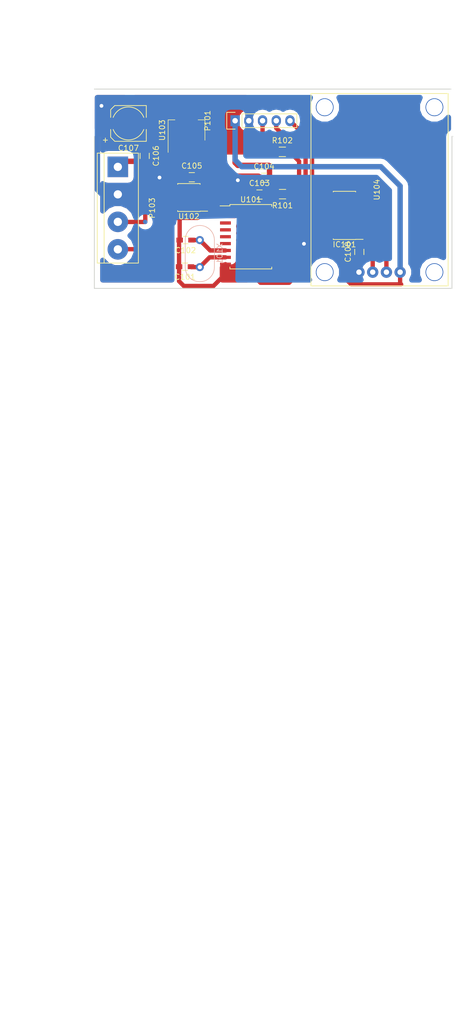
<source format=kicad_pcb>
(kicad_pcb (version 4) (host pcbnew 4.0.6)

  (general
    (links 48)
    (no_connects 0)
    (area 84.68345 84.038651 173.706001 272.896001)
    (thickness 1.6)
    (drawings 10)
    (tracks 189)
    (zones 0)
    (modules 18)
    (nets 21)
  )

  (page A4)
  (layers
    (0 F.Cu signal)
    (31 B.Cu signal)
    (32 B.Adhes user)
    (33 F.Adhes user)
    (34 B.Paste user)
    (35 F.Paste user)
    (36 B.SilkS user)
    (37 F.SilkS user)
    (38 B.Mask user)
    (39 F.Mask user)
    (40 Dwgs.User user)
    (41 Cmts.User user)
    (42 Eco1.User user)
    (43 Eco2.User user)
    (44 Edge.Cuts user)
    (45 Margin user)
    (46 B.CrtYd user)
    (47 F.CrtYd user)
    (48 B.Fab user)
    (49 F.Fab user)
  )

  (setup
    (last_trace_width 0.8)
    (trace_clearance 0.4)
    (zone_clearance 1)
    (zone_45_only yes)
    (trace_min 0.2)
    (segment_width 0.2)
    (edge_width 0.15)
    (via_size 2)
    (via_drill 0.7)
    (via_min_size 0.4)
    (via_min_drill 0.3)
    (uvia_size 0.3)
    (uvia_drill 0.1)
    (uvias_allowed no)
    (uvia_min_size 0.2)
    (uvia_min_drill 0.1)
    (pcb_text_width 0.3)
    (pcb_text_size 1.5 1.5)
    (mod_edge_width 0.15)
    (mod_text_size 1 1)
    (mod_text_width 0.15)
    (pad_size 1.524 1.524)
    (pad_drill 0.762)
    (pad_to_mask_clearance 0.2)
    (aux_axis_origin 105.31 137.464)
    (grid_origin 97.79 42.164)
    (visible_elements FFFFFF7F)
    (pcbplotparams
      (layerselection 0x00000_80000001)
      (usegerberextensions false)
      (excludeedgelayer true)
      (linewidth 0.100000)
      (plotframeref false)
      (viasonmask false)
      (mode 1)
      (useauxorigin true)
      (hpglpennumber 1)
      (hpglpenspeed 20)
      (hpglpendiameter 15)
      (hpglpenoverlay 2)
      (psnegative false)
      (psa4output false)
      (plotreference true)
      (plotvalue true)
      (plotinvisibletext false)
      (padsonsilk false)
      (subtractmaskfromsilk false)
      (outputformat 1)
      (mirror false)
      (drillshape 0)
      (scaleselection 1)
      (outputdirectory ""))
  )

  (net 0 "")
  (net 1 SCK)
  (net 2 MISO)
  (net 3 CANCS)
  (net 4 GND)
  (net 5 MOSI)
  (net 6 "Net-(C101-Pad1)")
  (net 7 "Net-(C102-Pad1)")
  (net 8 "Net-(R101-Pad1)")
  (net 9 "Net-(U101-Pad1)")
  (net 10 "Net-(U101-Pad2)")
  (net 11 5V)
  (net 12 12v)
  (net 13 UDPI)
  (net 14 CANL)
  (net 15 CANH)
  (net 16 GPSRX)
  (net 17 GPSTX)
  (net 18 DEBUG_TX)
  (net 19 DEBUG_RX)
  (net 20 "Net-(IC101-Pad10)")

  (net_class Default "This is the default net class."
    (clearance 0.4)
    (trace_width 0.8)
    (via_dia 2)
    (via_drill 0.7)
    (uvia_dia 0.3)
    (uvia_drill 0.1)
    (add_net 12v)
    (add_net 5V)
    (add_net CANCS)
    (add_net CANH)
    (add_net CANL)
    (add_net DEBUG_RX)
    (add_net DEBUG_TX)
    (add_net GND)
    (add_net GPSRX)
    (add_net GPSTX)
    (add_net MISO)
    (add_net MOSI)
    (add_net "Net-(C101-Pad1)")
    (add_net "Net-(C102-Pad1)")
    (add_net "Net-(IC101-Pad10)")
    (add_net "Net-(R101-Pad1)")
    (add_net "Net-(U101-Pad1)")
    (add_net "Net-(U101-Pad2)")
    (add_net SCK)
    (add_net UDPI)
  )

  (module Resistors_SMD:R_0603_HandSoldering (layer F.Cu) (tedit 58307AEF) (tstamp 6168721D)
    (at 122.76 132.894 180)
    (descr "Resistor SMD 0603, hand soldering")
    (tags "resistor 0603")
    (path /61689DAF)
    (attr smd)
    (fp_text reference C101 (at 0 -1.9 180) (layer F.SilkS)
      (effects (font (size 1 1) (thickness 0.15)))
    )
    (fp_text value 22pF (at 0 1.9 180) (layer F.Fab)
      (effects (font (size 1 1) (thickness 0.15)))
    )
    (fp_line (start -0.8 0.4) (end -0.8 -0.4) (layer F.Fab) (width 0.1))
    (fp_line (start 0.8 0.4) (end -0.8 0.4) (layer F.Fab) (width 0.1))
    (fp_line (start 0.8 -0.4) (end 0.8 0.4) (layer F.Fab) (width 0.1))
    (fp_line (start -0.8 -0.4) (end 0.8 -0.4) (layer F.Fab) (width 0.1))
    (fp_line (start -2 -0.8) (end 2 -0.8) (layer F.CrtYd) (width 0.05))
    (fp_line (start -2 0.8) (end 2 0.8) (layer F.CrtYd) (width 0.05))
    (fp_line (start -2 -0.8) (end -2 0.8) (layer F.CrtYd) (width 0.05))
    (fp_line (start 2 -0.8) (end 2 0.8) (layer F.CrtYd) (width 0.05))
    (fp_line (start 0.5 0.675) (end -0.5 0.675) (layer F.SilkS) (width 0.15))
    (fp_line (start -0.5 -0.675) (end 0.5 -0.675) (layer F.SilkS) (width 0.15))
    (pad 1 smd rect (at -1.1 0 180) (size 1.2 0.9) (layers F.Cu F.Paste F.Mask)
      (net 6 "Net-(C101-Pad1)"))
    (pad 2 smd rect (at 1.1 0 180) (size 1.2 0.9) (layers F.Cu F.Paste F.Mask)
      (net 4 GND))
    (model Resistors_SMD.3dshapes/R_0603_HandSoldering.wrl
      (at (xyz 0 0 0))
      (scale (xyz 1 1 1))
      (rotate (xyz 0 0 0))
    )
  )

  (module Resistors_SMD:R_0603_HandSoldering (layer F.Cu) (tedit 58307AEF) (tstamp 61687223)
    (at 122.87 127.974 180)
    (descr "Resistor SMD 0603, hand soldering")
    (tags "resistor 0603")
    (path /616898F7)
    (attr smd)
    (fp_text reference C102 (at 0 -1.9 180) (layer F.SilkS)
      (effects (font (size 1 1) (thickness 0.15)))
    )
    (fp_text value 22pF (at 0 1.9 180) (layer F.Fab)
      (effects (font (size 1 1) (thickness 0.15)))
    )
    (fp_line (start -0.8 0.4) (end -0.8 -0.4) (layer F.Fab) (width 0.1))
    (fp_line (start 0.8 0.4) (end -0.8 0.4) (layer F.Fab) (width 0.1))
    (fp_line (start 0.8 -0.4) (end 0.8 0.4) (layer F.Fab) (width 0.1))
    (fp_line (start -0.8 -0.4) (end 0.8 -0.4) (layer F.Fab) (width 0.1))
    (fp_line (start -2 -0.8) (end 2 -0.8) (layer F.CrtYd) (width 0.05))
    (fp_line (start -2 0.8) (end 2 0.8) (layer F.CrtYd) (width 0.05))
    (fp_line (start -2 -0.8) (end -2 0.8) (layer F.CrtYd) (width 0.05))
    (fp_line (start 2 -0.8) (end 2 0.8) (layer F.CrtYd) (width 0.05))
    (fp_line (start 0.5 0.675) (end -0.5 0.675) (layer F.SilkS) (width 0.15))
    (fp_line (start -0.5 -0.675) (end 0.5 -0.675) (layer F.SilkS) (width 0.15))
    (pad 1 smd rect (at -1.1 0 180) (size 1.2 0.9) (layers F.Cu F.Paste F.Mask)
      (net 7 "Net-(C102-Pad1)"))
    (pad 2 smd rect (at 1.1 0 180) (size 1.2 0.9) (layers F.Cu F.Paste F.Mask)
      (net 4 GND))
    (model Resistors_SMD.3dshapes/R_0603_HandSoldering.wrl
      (at (xyz 0 0 0))
      (scale (xyz 1 1 1))
      (rotate (xyz 0 0 0))
    )
  )

  (module Resistors_SMD:R_0805_HandSoldering (layer F.Cu) (tedit 58307B90) (tstamp 6168723B)
    (at 140.82 119.484 180)
    (descr "Resistor SMD 0805, hand soldering")
    (tags "resistor 0805")
    (path /6168BE61)
    (attr smd)
    (fp_text reference R101 (at 0 -2.1 180) (layer F.SilkS)
      (effects (font (size 1 1) (thickness 0.15)))
    )
    (fp_text value 10K (at 0 2.1 180) (layer F.Fab)
      (effects (font (size 1 1) (thickness 0.15)))
    )
    (fp_line (start -1 0.625) (end -1 -0.625) (layer F.Fab) (width 0.1))
    (fp_line (start 1 0.625) (end -1 0.625) (layer F.Fab) (width 0.1))
    (fp_line (start 1 -0.625) (end 1 0.625) (layer F.Fab) (width 0.1))
    (fp_line (start -1 -0.625) (end 1 -0.625) (layer F.Fab) (width 0.1))
    (fp_line (start -2.4 -1) (end 2.4 -1) (layer F.CrtYd) (width 0.05))
    (fp_line (start -2.4 1) (end 2.4 1) (layer F.CrtYd) (width 0.05))
    (fp_line (start -2.4 -1) (end -2.4 1) (layer F.CrtYd) (width 0.05))
    (fp_line (start 2.4 -1) (end 2.4 1) (layer F.CrtYd) (width 0.05))
    (fp_line (start 0.6 0.875) (end -0.6 0.875) (layer F.SilkS) (width 0.15))
    (fp_line (start -0.6 -0.875) (end 0.6 -0.875) (layer F.SilkS) (width 0.15))
    (pad 1 smd rect (at -1.35 0 180) (size 1.5 1.3) (layers F.Cu F.Paste F.Mask)
      (net 8 "Net-(R101-Pad1)"))
    (pad 2 smd rect (at 1.35 0 180) (size 1.5 1.3) (layers F.Cu F.Paste F.Mask)
      (net 11 5V))
    (model Resistors_SMD.3dshapes/R_0805_HandSoldering.wrl
      (at (xyz 0 0 0))
      (scale (xyz 1 1 1))
      (rotate (xyz 0 0 0))
    )
  )

  (module Housings_SOIC:SOIC-18W_7.5x11.6mm_Pitch1.27mm (layer F.Cu) (tedit 5750353E) (tstamp 61687251)
    (at 134.95 127.354)
    (descr "18-Lead Plastic Small Outline (SO) - Wide, 7.50 mm Body [SOIC] (see Microchip Packaging Specification 00000049BS.pdf)")
    (tags "SOIC 1.27")
    (path /61686923)
    (attr smd)
    (fp_text reference U101 (at 0 -6.875) (layer F.SilkS)
      (effects (font (size 1 1) (thickness 0.15)))
    )
    (fp_text value MCP2515 (at 0 6.875) (layer F.Fab)
      (effects (font (size 1 1) (thickness 0.15)))
    )
    (fp_line (start -2.75 -5.8) (end 3.75 -5.8) (layer F.Fab) (width 0.15))
    (fp_line (start 3.75 -5.8) (end 3.75 5.8) (layer F.Fab) (width 0.15))
    (fp_line (start 3.75 5.8) (end -3.75 5.8) (layer F.Fab) (width 0.15))
    (fp_line (start -3.75 5.8) (end -3.75 -4.8) (layer F.Fab) (width 0.15))
    (fp_line (start -3.75 -4.8) (end -2.75 -5.8) (layer F.Fab) (width 0.15))
    (fp_line (start -5.95 -6.15) (end -5.95 6.15) (layer F.CrtYd) (width 0.05))
    (fp_line (start 5.95 -6.15) (end 5.95 6.15) (layer F.CrtYd) (width 0.05))
    (fp_line (start -5.95 -6.15) (end 5.95 -6.15) (layer F.CrtYd) (width 0.05))
    (fp_line (start -5.95 6.15) (end 5.95 6.15) (layer F.CrtYd) (width 0.05))
    (fp_line (start -3.875 -5.95) (end -3.875 -5.7) (layer F.SilkS) (width 0.15))
    (fp_line (start 3.875 -5.95) (end 3.875 -5.605) (layer F.SilkS) (width 0.15))
    (fp_line (start 3.875 5.95) (end 3.875 5.605) (layer F.SilkS) (width 0.15))
    (fp_line (start -3.875 5.95) (end -3.875 5.605) (layer F.SilkS) (width 0.15))
    (fp_line (start -3.875 -5.95) (end 3.875 -5.95) (layer F.SilkS) (width 0.15))
    (fp_line (start -3.875 5.95) (end 3.875 5.95) (layer F.SilkS) (width 0.15))
    (fp_line (start -3.875 -5.7) (end -5.7 -5.7) (layer F.SilkS) (width 0.15))
    (pad 1 smd rect (at -4.7 -5.08) (size 2 0.6) (layers F.Cu F.Paste F.Mask)
      (net 9 "Net-(U101-Pad1)"))
    (pad 2 smd rect (at -4.7 -3.81) (size 2 0.6) (layers F.Cu F.Paste F.Mask)
      (net 10 "Net-(U101-Pad2)"))
    (pad 3 smd rect (at -4.7 -2.54) (size 2 0.6) (layers F.Cu F.Paste F.Mask))
    (pad 4 smd rect (at -4.7 -1.27) (size 2 0.6) (layers F.Cu F.Paste F.Mask))
    (pad 5 smd rect (at -4.7 0) (size 2 0.6) (layers F.Cu F.Paste F.Mask))
    (pad 6 smd rect (at -4.7 1.27) (size 2 0.6) (layers F.Cu F.Paste F.Mask))
    (pad 7 smd rect (at -4.7 2.54) (size 2 0.6) (layers F.Cu F.Paste F.Mask)
      (net 7 "Net-(C102-Pad1)"))
    (pad 8 smd rect (at -4.7 3.81) (size 2 0.6) (layers F.Cu F.Paste F.Mask)
      (net 6 "Net-(C101-Pad1)"))
    (pad 9 smd rect (at -4.7 5.08) (size 2 0.6) (layers F.Cu F.Paste F.Mask)
      (net 4 GND))
    (pad 10 smd rect (at 4.7 5.08) (size 2 0.6) (layers F.Cu F.Paste F.Mask))
    (pad 11 smd rect (at 4.7 3.81) (size 2 0.6) (layers F.Cu F.Paste F.Mask))
    (pad 12 smd rect (at 4.7 2.54) (size 2 0.6) (layers F.Cu F.Paste F.Mask))
    (pad 13 smd rect (at 4.7 1.27) (size 2 0.6) (layers F.Cu F.Paste F.Mask)
      (net 1 SCK))
    (pad 14 smd rect (at 4.7 0) (size 2 0.6) (layers F.Cu F.Paste F.Mask)
      (net 5 MOSI))
    (pad 15 smd rect (at 4.7 -1.27) (size 2 0.6) (layers F.Cu F.Paste F.Mask)
      (net 2 MISO))
    (pad 16 smd rect (at 4.7 -2.54) (size 2 0.6) (layers F.Cu F.Paste F.Mask)
      (net 3 CANCS))
    (pad 17 smd rect (at 4.7 -3.81) (size 2 0.6) (layers F.Cu F.Paste F.Mask)
      (net 8 "Net-(R101-Pad1)"))
    (pad 18 smd rect (at 4.7 -5.08) (size 2 0.6) (layers F.Cu F.Paste F.Mask)
      (net 11 5V))
    (model Housings_SOIC.3dshapes/SOIC-18_7.5x11.6mm_Pitch1.27mm.wrl
      (at (xyz 0 0 0))
      (scale (xyz 1 1 1))
      (rotate (xyz 0 0 0))
    )
  )

  (module Housings_SOIC:SOIC-8_3.9x4.9mm_Pitch1.27mm (layer F.Cu) (tedit 54130A77) (tstamp 6168725D)
    (at 123.48 120.104 180)
    (descr "8-Lead Plastic Small Outline (SN) - Narrow, 3.90 mm Body [SOIC] (see Microchip Packaging Specification 00000049BS.pdf)")
    (tags "SOIC 1.27")
    (path /62C1D654)
    (attr smd)
    (fp_text reference U102 (at 0 -3.5 180) (layer F.SilkS)
      (effects (font (size 1 1) (thickness 0.15)))
    )
    (fp_text value TJA1050 (at 0 3.5 180) (layer F.Fab)
      (effects (font (size 1 1) (thickness 0.15)))
    )
    (fp_line (start -0.95 -2.45) (end 1.95 -2.45) (layer F.Fab) (width 0.15))
    (fp_line (start 1.95 -2.45) (end 1.95 2.45) (layer F.Fab) (width 0.15))
    (fp_line (start 1.95 2.45) (end -1.95 2.45) (layer F.Fab) (width 0.15))
    (fp_line (start -1.95 2.45) (end -1.95 -1.45) (layer F.Fab) (width 0.15))
    (fp_line (start -1.95 -1.45) (end -0.95 -2.45) (layer F.Fab) (width 0.15))
    (fp_line (start -3.75 -2.75) (end -3.75 2.75) (layer F.CrtYd) (width 0.05))
    (fp_line (start 3.75 -2.75) (end 3.75 2.75) (layer F.CrtYd) (width 0.05))
    (fp_line (start -3.75 -2.75) (end 3.75 -2.75) (layer F.CrtYd) (width 0.05))
    (fp_line (start -3.75 2.75) (end 3.75 2.75) (layer F.CrtYd) (width 0.05))
    (fp_line (start -2.075 -2.575) (end -2.075 -2.525) (layer F.SilkS) (width 0.15))
    (fp_line (start 2.075 -2.575) (end 2.075 -2.43) (layer F.SilkS) (width 0.15))
    (fp_line (start 2.075 2.575) (end 2.075 2.43) (layer F.SilkS) (width 0.15))
    (fp_line (start -2.075 2.575) (end -2.075 2.43) (layer F.SilkS) (width 0.15))
    (fp_line (start -2.075 -2.575) (end 2.075 -2.575) (layer F.SilkS) (width 0.15))
    (fp_line (start -2.075 2.575) (end 2.075 2.575) (layer F.SilkS) (width 0.15))
    (fp_line (start -2.075 -2.525) (end -3.475 -2.525) (layer F.SilkS) (width 0.15))
    (pad 1 smd rect (at -2.7 -1.905 180) (size 1.55 0.6) (layers F.Cu F.Paste F.Mask)
      (net 9 "Net-(U101-Pad1)"))
    (pad 2 smd rect (at -2.7 -0.635 180) (size 1.55 0.6) (layers F.Cu F.Paste F.Mask)
      (net 4 GND))
    (pad 3 smd rect (at -2.7 0.635 180) (size 1.55 0.6) (layers F.Cu F.Paste F.Mask)
      (net 11 5V))
    (pad 4 smd rect (at -2.7 1.905 180) (size 1.55 0.6) (layers F.Cu F.Paste F.Mask)
      (net 10 "Net-(U101-Pad2)"))
    (pad 5 smd rect (at 2.7 1.905 180) (size 1.55 0.6) (layers F.Cu F.Paste F.Mask))
    (pad 6 smd rect (at 2.7 0.635 180) (size 1.55 0.6) (layers F.Cu F.Paste F.Mask)
      (net 14 CANL))
    (pad 7 smd rect (at 2.7 -0.635 180) (size 1.55 0.6) (layers F.Cu F.Paste F.Mask)
      (net 15 CANH))
    (pad 8 smd rect (at 2.7 -1.905 180) (size 1.55 0.6) (layers F.Cu F.Paste F.Mask)
      (net 4 GND))
    (model Housings_SOIC.3dshapes/SOIC-8_3.9x4.9mm_Pitch1.27mm.wrl
      (at (xyz 0 0 0))
      (scale (xyz 1 1 1))
      (rotate (xyz 0 0 0))
    )
  )

  (module Crystals:Resonator-2pin_w10.0mm_h5.0mm (layer B.Cu) (tedit 58778156) (tstamp 616872F7)
    (at 125.5 132.974 90)
    (descr "Ceramic Resomator/Filter 10.0x5.0 RedFrequency MG/MT/MX series, http://www.red-frequency.com/download/datenblatt/redfrequency-datenblatt-ir-zta.pdf, length*width=10.0x5.0mm^2 package, package length=10.0mm, package width=5.0mm, 2 pins")
    (tags "THT ceramic resonator filter")
    (path /616893E5)
    (fp_text reference X101 (at 2.5 3.7 90) (layer B.SilkS)
      (effects (font (size 1 1) (thickness 0.15)) (justify mirror))
    )
    (fp_text value 8MHz (at 2.5 -3.7 90) (layer B.Fab)
      (effects (font (size 1 1) (thickness 0.15)) (justify mirror))
    )
    (fp_arc (start 0 0) (end 0 2.5) (angle 180) (layer B.Fab) (width 0.1))
    (fp_arc (start 5 0) (end 5 2.5) (angle -180) (layer B.Fab) (width 0.1))
    (fp_arc (start 0 0) (end 0 2.5) (angle 180) (layer B.Fab) (width 0.1))
    (fp_arc (start 5 0) (end 5 2.5) (angle -180) (layer B.Fab) (width 0.1))
    (fp_arc (start 0 0) (end 0 2.7) (angle 180) (layer B.SilkS) (width 0.12))
    (fp_arc (start 5 0) (end 5 2.7) (angle -180) (layer B.SilkS) (width 0.12))
    (fp_line (start 0 2.5) (end 5 2.5) (layer B.Fab) (width 0.1))
    (fp_line (start 0 -2.5) (end 5 -2.5) (layer B.Fab) (width 0.1))
    (fp_line (start 0 2.5) (end 5 2.5) (layer B.Fab) (width 0.1))
    (fp_line (start 0 -2.5) (end 5 -2.5) (layer B.Fab) (width 0.1))
    (fp_line (start 0 2.7) (end 5 2.7) (layer B.SilkS) (width 0.12))
    (fp_line (start 0 -2.7) (end 5 -2.7) (layer B.SilkS) (width 0.12))
    (fp_line (start -3 3) (end -3 -3) (layer B.CrtYd) (width 0.05))
    (fp_line (start -3 -3) (end 8 -3) (layer B.CrtYd) (width 0.05))
    (fp_line (start 8 -3) (end 8 3) (layer B.CrtYd) (width 0.05))
    (fp_line (start 8 3) (end -3 3) (layer B.CrtYd) (width 0.05))
    (pad 1 thru_hole circle (at 0 0 90) (size 1.5 1.5) (drill 0.8) (layers *.Cu *.Mask)
      (net 6 "Net-(C101-Pad1)"))
    (pad 2 thru_hole circle (at 5 0 90) (size 1.5 1.5) (drill 0.8) (layers *.Cu *.Mask)
      (net 7 "Net-(C102-Pad1)"))
    (model Crystals.3dshapes/Resonator-2pin_w10.0mm_h5.0mm.wrl
      (at (xyz 0 0 0))
      (scale (xyz 0.393701 0.393701 0.393701))
      (rotate (xyz 0 0 0))
    )
  )

  (module Capacitors_SMD:C_0805 (layer F.Cu) (tedit 5415D6EA) (tstamp 62C1AD92)
    (at 136.55 119.554)
    (descr "Capacitor SMD 0805, reflow soldering, AVX (see smccp.pdf)")
    (tags "capacitor 0805")
    (path /6168CA4E)
    (attr smd)
    (fp_text reference C103 (at 0 -2.1) (layer F.SilkS)
      (effects (font (size 1 1) (thickness 0.15)))
    )
    (fp_text value 10uF (at 0 2.1) (layer F.Fab)
      (effects (font (size 1 1) (thickness 0.15)))
    )
    (fp_line (start -1 0.625) (end -1 -0.625) (layer F.Fab) (width 0.15))
    (fp_line (start 1 0.625) (end -1 0.625) (layer F.Fab) (width 0.15))
    (fp_line (start 1 -0.625) (end 1 0.625) (layer F.Fab) (width 0.15))
    (fp_line (start -1 -0.625) (end 1 -0.625) (layer F.Fab) (width 0.15))
    (fp_line (start -1.8 -1) (end 1.8 -1) (layer F.CrtYd) (width 0.05))
    (fp_line (start -1.8 1) (end 1.8 1) (layer F.CrtYd) (width 0.05))
    (fp_line (start -1.8 -1) (end -1.8 1) (layer F.CrtYd) (width 0.05))
    (fp_line (start 1.8 -1) (end 1.8 1) (layer F.CrtYd) (width 0.05))
    (fp_line (start 0.5 -0.85) (end -0.5 -0.85) (layer F.SilkS) (width 0.15))
    (fp_line (start -0.5 0.85) (end 0.5 0.85) (layer F.SilkS) (width 0.15))
    (pad 1 smd rect (at -1 0) (size 1 1.25) (layers F.Cu F.Paste F.Mask)
      (net 4 GND))
    (pad 2 smd rect (at 1 0) (size 1 1.25) (layers F.Cu F.Paste F.Mask)
      (net 11 5V))
    (model Capacitors_SMD.3dshapes/C_0805.wrl
      (at (xyz 0 0 0))
      (scale (xyz 1 1 1))
      (rotate (xyz 0 0 0))
    )
  )

  (module Capacitors_SMD:C_0805 (layer F.Cu) (tedit 5415D6EA) (tstamp 62C1AD97)
    (at 137.41 116.464)
    (descr "Capacitor SMD 0805, reflow soldering, AVX (see smccp.pdf)")
    (tags "capacitor 0805")
    (path /6168C998)
    (attr smd)
    (fp_text reference C104 (at 0 -2.1) (layer F.SilkS)
      (effects (font (size 1 1) (thickness 0.15)))
    )
    (fp_text value 100nF (at 0 2.1) (layer F.Fab)
      (effects (font (size 1 1) (thickness 0.15)))
    )
    (fp_line (start -1 0.625) (end -1 -0.625) (layer F.Fab) (width 0.15))
    (fp_line (start 1 0.625) (end -1 0.625) (layer F.Fab) (width 0.15))
    (fp_line (start 1 -0.625) (end 1 0.625) (layer F.Fab) (width 0.15))
    (fp_line (start -1 -0.625) (end 1 -0.625) (layer F.Fab) (width 0.15))
    (fp_line (start -1.8 -1) (end 1.8 -1) (layer F.CrtYd) (width 0.05))
    (fp_line (start -1.8 1) (end 1.8 1) (layer F.CrtYd) (width 0.05))
    (fp_line (start -1.8 -1) (end -1.8 1) (layer F.CrtYd) (width 0.05))
    (fp_line (start 1.8 -1) (end 1.8 1) (layer F.CrtYd) (width 0.05))
    (fp_line (start 0.5 -0.85) (end -0.5 -0.85) (layer F.SilkS) (width 0.15))
    (fp_line (start -0.5 0.85) (end 0.5 0.85) (layer F.SilkS) (width 0.15))
    (pad 1 smd rect (at -1 0) (size 1 1.25) (layers F.Cu F.Paste F.Mask)
      (net 4 GND))
    (pad 2 smd rect (at 1 0) (size 1 1.25) (layers F.Cu F.Paste F.Mask)
      (net 11 5V))
    (model Capacitors_SMD.3dshapes/C_0805.wrl
      (at (xyz 0 0 0))
      (scale (xyz 1 1 1))
      (rotate (xyz 0 0 0))
    )
  )

  (module Capacitors_SMD:C_0805 (layer F.Cu) (tedit 5415D6EA) (tstamp 62C1AD9C)
    (at 124.02 116.354)
    (descr "Capacitor SMD 0805, reflow soldering, AVX (see smccp.pdf)")
    (tags "capacitor 0805")
    (path /6168C8B8)
    (attr smd)
    (fp_text reference C105 (at 0 -2.1) (layer F.SilkS)
      (effects (font (size 1 1) (thickness 0.15)))
    )
    (fp_text value 100nF (at 0 2.1) (layer F.Fab)
      (effects (font (size 1 1) (thickness 0.15)))
    )
    (fp_line (start -1 0.625) (end -1 -0.625) (layer F.Fab) (width 0.15))
    (fp_line (start 1 0.625) (end -1 0.625) (layer F.Fab) (width 0.15))
    (fp_line (start 1 -0.625) (end 1 0.625) (layer F.Fab) (width 0.15))
    (fp_line (start -1 -0.625) (end 1 -0.625) (layer F.Fab) (width 0.15))
    (fp_line (start -1.8 -1) (end 1.8 -1) (layer F.CrtYd) (width 0.05))
    (fp_line (start -1.8 1) (end 1.8 1) (layer F.CrtYd) (width 0.05))
    (fp_line (start -1.8 -1) (end -1.8 1) (layer F.CrtYd) (width 0.05))
    (fp_line (start 1.8 -1) (end 1.8 1) (layer F.CrtYd) (width 0.05))
    (fp_line (start 0.5 -0.85) (end -0.5 -0.85) (layer F.SilkS) (width 0.15))
    (fp_line (start -0.5 0.85) (end 0.5 0.85) (layer F.SilkS) (width 0.15))
    (pad 1 smd rect (at -1 0) (size 1 1.25) (layers F.Cu F.Paste F.Mask)
      (net 4 GND))
    (pad 2 smd rect (at 1 0) (size 1 1.25) (layers F.Cu F.Paste F.Mask)
      (net 11 5V))
    (model Capacitors_SMD.3dshapes/C_0805.wrl
      (at (xyz 0 0 0))
      (scale (xyz 1 1 1))
      (rotate (xyz 0 0 0))
    )
  )

  (module Capacitors_SMD:C_0805 (layer F.Cu) (tedit 5415D6EA) (tstamp 62C1ADA6)
    (at 115.29 112.414 270)
    (descr "Capacitor SMD 0805, reflow soldering, AVX (see smccp.pdf)")
    (tags "capacitor 0805")
    (path /648C19F8)
    (attr smd)
    (fp_text reference C106 (at 0 -2.1 270) (layer F.SilkS)
      (effects (font (size 1 1) (thickness 0.15)))
    )
    (fp_text value 10uF (at 0 2.1 270) (layer F.Fab)
      (effects (font (size 1 1) (thickness 0.15)))
    )
    (fp_line (start -1 0.625) (end -1 -0.625) (layer F.Fab) (width 0.15))
    (fp_line (start 1 0.625) (end -1 0.625) (layer F.Fab) (width 0.15))
    (fp_line (start 1 -0.625) (end 1 0.625) (layer F.Fab) (width 0.15))
    (fp_line (start -1 -0.625) (end 1 -0.625) (layer F.Fab) (width 0.15))
    (fp_line (start -1.8 -1) (end 1.8 -1) (layer F.CrtYd) (width 0.05))
    (fp_line (start -1.8 1) (end 1.8 1) (layer F.CrtYd) (width 0.05))
    (fp_line (start -1.8 -1) (end -1.8 1) (layer F.CrtYd) (width 0.05))
    (fp_line (start 1.8 -1) (end 1.8 1) (layer F.CrtYd) (width 0.05))
    (fp_line (start 0.5 -0.85) (end -0.5 -0.85) (layer F.SilkS) (width 0.15))
    (fp_line (start -0.5 0.85) (end 0.5 0.85) (layer F.SilkS) (width 0.15))
    (pad 1 smd rect (at -1 0 270) (size 1 1.25) (layers F.Cu F.Paste F.Mask)
      (net 4 GND))
    (pad 2 smd rect (at 1 0 270) (size 1 1.25) (layers F.Cu F.Paste F.Mask)
      (net 12 12v))
    (model Capacitors_SMD.3dshapes/C_0805.wrl
      (at (xyz 0 0 0))
      (scale (xyz 1 1 1))
      (rotate (xyz 0 0 0))
    )
  )

  (module Resistors_SMD:R_0805_HandSoldering (layer F.Cu) (tedit 58307B90) (tstamp 62C1ADD3)
    (at 140.79 111.664)
    (descr "Resistor SMD 0805, hand soldering")
    (tags "resistor 0805")
    (path /648C85E6)
    (attr smd)
    (fp_text reference R102 (at 0 -2.1) (layer F.SilkS)
      (effects (font (size 1 1) (thickness 0.15)))
    )
    (fp_text value 10K (at 0 2.1) (layer F.Fab)
      (effects (font (size 1 1) (thickness 0.15)))
    )
    (fp_line (start -1 0.625) (end -1 -0.625) (layer F.Fab) (width 0.1))
    (fp_line (start 1 0.625) (end -1 0.625) (layer F.Fab) (width 0.1))
    (fp_line (start 1 -0.625) (end 1 0.625) (layer F.Fab) (width 0.1))
    (fp_line (start -1 -0.625) (end 1 -0.625) (layer F.Fab) (width 0.1))
    (fp_line (start -2.4 -1) (end 2.4 -1) (layer F.CrtYd) (width 0.05))
    (fp_line (start -2.4 1) (end 2.4 1) (layer F.CrtYd) (width 0.05))
    (fp_line (start -2.4 -1) (end -2.4 1) (layer F.CrtYd) (width 0.05))
    (fp_line (start 2.4 -1) (end 2.4 1) (layer F.CrtYd) (width 0.05))
    (fp_line (start 0.6 0.875) (end -0.6 0.875) (layer F.SilkS) (width 0.15))
    (fp_line (start -0.6 -0.875) (end 0.6 -0.875) (layer F.SilkS) (width 0.15))
    (pad 1 smd rect (at -1.35 0) (size 1.5 1.3) (layers F.Cu F.Paste F.Mask)
      (net 13 UDPI))
    (pad 2 smd rect (at 1.35 0) (size 1.5 1.3) (layers F.Cu F.Paste F.Mask)
      (net 20 "Net-(IC101-Pad10)"))
    (model Resistors_SMD.3dshapes/R_0805_HandSoldering.wrl
      (at (xyz 0 0 0))
      (scale (xyz 1 1 1))
      (rotate (xyz 0 0 0))
    )
  )

  (module Housings_SOIC:SOIC-14_3.9x8.7mm_Pitch1.27mm (layer F.Cu) (tedit 574D9791) (tstamp 62C1B19B)
    (at 152.29 123.414 180)
    (descr "14-Lead Plastic Small Outline (SL) - Narrow, 3.90 mm Body [SOIC] (see Microchip Packaging Specification 00000049BS.pdf)")
    (tags "SOIC 1.27")
    (path /648C10FB)
    (attr smd)
    (fp_text reference IC101 (at 0 -5.375 180) (layer F.SilkS)
      (effects (font (size 1 1) (thickness 0.15)))
    )
    (fp_text value ATTINY3224-SS (at 0 5.375 180) (layer F.Fab)
      (effects (font (size 1 1) (thickness 0.15)))
    )
    (fp_line (start -0.95 -4.35) (end 1.95 -4.35) (layer F.Fab) (width 0.15))
    (fp_line (start 1.95 -4.35) (end 1.95 4.35) (layer F.Fab) (width 0.15))
    (fp_line (start 1.95 4.35) (end -1.95 4.35) (layer F.Fab) (width 0.15))
    (fp_line (start -1.95 4.35) (end -1.95 -3.35) (layer F.Fab) (width 0.15))
    (fp_line (start -1.95 -3.35) (end -0.95 -4.35) (layer F.Fab) (width 0.15))
    (fp_line (start -3.7 -4.65) (end -3.7 4.65) (layer F.CrtYd) (width 0.05))
    (fp_line (start 3.7 -4.65) (end 3.7 4.65) (layer F.CrtYd) (width 0.05))
    (fp_line (start -3.7 -4.65) (end 3.7 -4.65) (layer F.CrtYd) (width 0.05))
    (fp_line (start -3.7 4.65) (end 3.7 4.65) (layer F.CrtYd) (width 0.05))
    (fp_line (start -2.075 -4.45) (end -2.075 -4.425) (layer F.SilkS) (width 0.15))
    (fp_line (start 2.075 -4.45) (end 2.075 -4.335) (layer F.SilkS) (width 0.15))
    (fp_line (start 2.075 4.45) (end 2.075 4.335) (layer F.SilkS) (width 0.15))
    (fp_line (start -2.075 4.45) (end -2.075 4.335) (layer F.SilkS) (width 0.15))
    (fp_line (start -2.075 -4.45) (end 2.075 -4.45) (layer F.SilkS) (width 0.15))
    (fp_line (start -2.075 4.45) (end 2.075 4.45) (layer F.SilkS) (width 0.15))
    (fp_line (start -2.075 -4.425) (end -3.45 -4.425) (layer F.SilkS) (width 0.15))
    (pad 1 smd rect (at -2.7 -3.81 180) (size 1.5 0.6) (layers F.Cu F.Paste F.Mask)
      (net 11 5V))
    (pad 2 smd rect (at -2.7 -2.54 180) (size 1.5 0.6) (layers F.Cu F.Paste F.Mask)
      (net 3 CANCS))
    (pad 3 smd rect (at -2.7 -1.27 180) (size 1.5 0.6) (layers F.Cu F.Paste F.Mask))
    (pad 4 smd rect (at -2.7 0 180) (size 1.5 0.6) (layers F.Cu F.Paste F.Mask))
    (pad 5 smd rect (at -2.7 1.27 180) (size 1.5 0.6) (layers F.Cu F.Paste F.Mask))
    (pad 6 smd rect (at -2.7 2.54 180) (size 1.5 0.6) (layers F.Cu F.Paste F.Mask)
      (net 16 GPSRX))
    (pad 7 smd rect (at -2.7 3.81 180) (size 1.5 0.6) (layers F.Cu F.Paste F.Mask)
      (net 17 GPSTX))
    (pad 8 smd rect (at 2.7 3.81 180) (size 1.5 0.6) (layers F.Cu F.Paste F.Mask)
      (net 18 DEBUG_TX))
    (pad 9 smd rect (at 2.7 2.54 180) (size 1.5 0.6) (layers F.Cu F.Paste F.Mask)
      (net 19 DEBUG_RX))
    (pad 10 smd rect (at 2.7 1.27 180) (size 1.5 0.6) (layers F.Cu F.Paste F.Mask)
      (net 20 "Net-(IC101-Pad10)"))
    (pad 11 smd rect (at 2.7 0 180) (size 1.5 0.6) (layers F.Cu F.Paste F.Mask)
      (net 5 MOSI))
    (pad 12 smd rect (at 2.7 -1.27 180) (size 1.5 0.6) (layers F.Cu F.Paste F.Mask)
      (net 2 MISO))
    (pad 13 smd rect (at 2.7 -2.54 180) (size 1.5 0.6) (layers F.Cu F.Paste F.Mask)
      (net 1 SCK))
    (pad 14 smd rect (at 2.7 -3.81 180) (size 1.5 0.6) (layers F.Cu F.Paste F.Mask)
      (net 4 GND))
    (model Housings_SOIC.3dshapes/SOIC-14_3.9x8.7mm_Pitch1.27mm.wrl
      (at (xyz 0 0 0))
      (scale (xyz 1 1 1))
      (rotate (xyz 0 0 0))
    )
  )

  (module Connect:bornier4 (layer F.Cu) (tedit 0) (tstamp 62C1B1A3)
    (at 110.32 122.064 270)
    (descr "Bornier d'alimentation 4 pins")
    (tags DEV)
    (path /62C24D79)
    (fp_text reference P103 (at 0 -6.35 270) (layer F.SilkS)
      (effects (font (size 1 1) (thickness 0.15)))
    )
    (fp_text value CAN (at 0 5.08 270) (layer F.Fab)
      (effects (font (size 1 1) (thickness 0.15)))
    )
    (fp_line (start -10.16 -3.81) (end -10.16 3.81) (layer F.SilkS) (width 0.15))
    (fp_line (start 10.16 3.81) (end 10.16 -3.81) (layer F.SilkS) (width 0.15))
    (fp_line (start 10.16 2.54) (end -10.16 2.54) (layer F.SilkS) (width 0.15))
    (fp_line (start -10.16 -3.81) (end 10.16 -3.81) (layer F.SilkS) (width 0.15))
    (fp_line (start -10.16 3.81) (end 10.16 3.81) (layer F.SilkS) (width 0.15))
    (pad 2 thru_hole circle (at -2.54 0 270) (size 3.81 3.81) (drill 1.524) (layers *.Cu *.Mask)
      (net 4 GND))
    (pad 3 thru_hole circle (at 2.54 0 270) (size 3.81 3.81) (drill 1.524) (layers *.Cu *.Mask)
      (net 14 CANL))
    (pad 1 thru_hole rect (at -7.62 0 270) (size 3.81 3.81) (drill 1.524) (layers *.Cu *.Mask)
      (net 12 12v))
    (pad 4 thru_hole circle (at 7.62 0 270) (size 3.81 3.81) (drill 1.524) (layers *.Cu *.Mask)
      (net 15 CANH))
    (model Connect.3dshapes/bornier4.wrl
      (at (xyz 0 0 0))
      (scale (xyz 1 1 1))
      (rotate (xyz 0 0 0))
    )
  )

  (module TO_SOT_Packages_SMD:SOT-223-3Lead_TabPin2 (layer F.Cu) (tedit 5891A32E) (tstamp 62C1B4D8)
    (at 123.04 107.664 90)
    (descr "module CMS SOT223 4 pins")
    (tags "CMS SOT")
    (path /648C195D)
    (attr smd)
    (fp_text reference U103 (at 0 -4.5 90) (layer F.SilkS)
      (effects (font (size 1 1) (thickness 0.15)))
    )
    (fp_text value NCP1117ST50T3G (at 0 4.5 90) (layer F.Fab)
      (effects (font (size 1 1) (thickness 0.15)))
    )
    (fp_line (start 1.91 3.41) (end 1.91 2.15) (layer F.SilkS) (width 0.12))
    (fp_line (start 1.91 -3.41) (end 1.91 -2.15) (layer F.SilkS) (width 0.12))
    (fp_line (start 4.4 -3.6) (end -4.4 -3.6) (layer F.CrtYd) (width 0.05))
    (fp_line (start 4.4 3.6) (end 4.4 -3.6) (layer F.CrtYd) (width 0.05))
    (fp_line (start -4.4 3.6) (end 4.4 3.6) (layer F.CrtYd) (width 0.05))
    (fp_line (start -4.4 -3.6) (end -4.4 3.6) (layer F.CrtYd) (width 0.05))
    (fp_line (start -1.85 -2.35) (end -0.85 -3.35) (layer F.Fab) (width 0.1))
    (fp_line (start -1.85 -2.35) (end -1.85 3.35) (layer F.Fab) (width 0.1))
    (fp_line (start -1.85 3.41) (end 1.91 3.41) (layer F.SilkS) (width 0.12))
    (fp_line (start -0.85 -3.35) (end 1.85 -3.35) (layer F.Fab) (width 0.1))
    (fp_line (start -4.1 -3.41) (end 1.91 -3.41) (layer F.SilkS) (width 0.12))
    (fp_line (start -1.85 3.35) (end 1.85 3.35) (layer F.Fab) (width 0.1))
    (fp_line (start 1.85 -3.35) (end 1.85 3.35) (layer F.Fab) (width 0.1))
    (pad 2 smd rect (at 3.15 0 90) (size 2 3.8) (layers F.Cu F.Paste F.Mask)
      (net 11 5V))
    (pad 2 smd rect (at -3.15 0 90) (size 2 1.5) (layers F.Cu F.Paste F.Mask)
      (net 11 5V))
    (pad 3 smd rect (at -3.15 2.3 90) (size 2 1.5) (layers F.Cu F.Paste F.Mask)
      (net 12 12v))
    (pad 1 smd rect (at -3.15 -2.3 90) (size 2 1.5) (layers F.Cu F.Paste F.Mask)
      (net 4 GND))
    (model TO_SOT_Packages_SMD.3dshapes/SOT-223.wrl
      (at (xyz 0 0 0))
      (scale (xyz 0.4 0.4 0.4))
      (rotate (xyz 0 0 90))
    )
  )

  (module Capacitors_SMD:c_elec_6.3x5.7 (layer F.Cu) (tedit 57FA45A4) (tstamp 6497FEAC)
    (at 112.29 106.414)
    (descr "SMT capacitor, aluminium electrolytic, 6.3x5.7")
    (path /648C19A8)
    (attr smd)
    (fp_text reference C107 (at 0 4.5593) (layer F.SilkS)
      (effects (font (size 1 1) (thickness 0.15)))
    )
    (fp_text value 100uF (at 0 -4.5593) (layer F.Fab)
      (effects (font (size 1 1) (thickness 0.15)))
    )
    (fp_line (start 3.1496 3.1496) (end 3.1496 -3.1496) (layer F.Fab) (width 0.15))
    (fp_line (start -2.4765 3.1496) (end 3.1496 3.1496) (layer F.Fab) (width 0.15))
    (fp_line (start -3.1496 2.4765) (end -2.4765 3.1496) (layer F.Fab) (width 0.15))
    (fp_line (start -3.1496 -2.4765) (end -3.1496 2.4765) (layer F.Fab) (width 0.15))
    (fp_line (start -2.4765 -3.1496) (end -3.1496 -2.4765) (layer F.Fab) (width 0.15))
    (fp_line (start 3.1496 -3.1496) (end -2.4765 -3.1496) (layer F.Fab) (width 0.15))
    (fp_text user + (at -1.7907 -0.0635) (layer F.Fab)
      (effects (font (size 1 1) (thickness 0.15)))
    )
    (fp_arc (start 0 0) (end 2.8321 1.1176) (angle 136.9297483) (layer F.SilkS) (width 0.15))
    (fp_arc (start 0 0) (end -2.8321 -1.1176) (angle 136.9297483) (layer F.SilkS) (width 0.15))
    (fp_line (start 3.302 -3.302) (end 3.302 -1.1176) (layer F.SilkS) (width 0.15))
    (fp_line (start 3.302 3.302) (end 3.302 1.1176) (layer F.SilkS) (width 0.15))
    (fp_line (start -3.302 2.54) (end -3.302 1.1176) (layer F.SilkS) (width 0.15))
    (fp_line (start -3.302 -2.54) (end -3.302 -1.1176) (layer F.SilkS) (width 0.15))
    (fp_text user + (at -4.2799 3.0099) (layer F.SilkS)
      (effects (font (size 1 1) (thickness 0.15)))
    )
    (fp_line (start 4.85 -3.65) (end -4.85 -3.65) (layer F.CrtYd) (width 0.05))
    (fp_line (start -4.85 -3.65) (end -4.85 3.65) (layer F.CrtYd) (width 0.05))
    (fp_line (start -4.85 3.65) (end 4.85 3.65) (layer F.CrtYd) (width 0.05))
    (fp_line (start 4.85 3.65) (end 4.85 -3.65) (layer F.CrtYd) (width 0.05))
    (fp_line (start 3.302 3.302) (end -2.54 3.302) (layer F.SilkS) (width 0.15))
    (fp_line (start -2.54 3.302) (end -3.302 2.54) (layer F.SilkS) (width 0.15))
    (fp_line (start -3.302 -2.54) (end -2.54 -3.302) (layer F.SilkS) (width 0.15))
    (fp_line (start -2.54 -3.302) (end 3.302 -3.302) (layer F.SilkS) (width 0.15))
    (pad 1 smd rect (at -2.7 0 180) (size 3.5 1.6) (layers F.Cu F.Paste F.Mask)
      (net 4 GND))
    (pad 2 smd rect (at 2.7 0 180) (size 3.5 1.6) (layers F.Cu F.Paste F.Mask)
      (net 11 5V))
    (model Capacitors_SMD.3dshapes/c_elec_6.3x5.7.wrl
      (at (xyz 0 0 0))
      (scale (xyz 1 1 1))
      (rotate (xyz 0 0 180))
    )
  )

  (module Pin_Headers:Pin_Header_Straight_1x05 (layer F.Cu) (tedit 54EA0684) (tstamp 6497FEB5)
    (at 132.04 105.914 90)
    (descr "Through hole pin header")
    (tags "pin header")
    (path /648C8BBA)
    (fp_text reference P101 (at 0 -5.1 90) (layer F.SilkS)
      (effects (font (size 1 1) (thickness 0.15)))
    )
    (fp_text value Debug (at 0 -3.1 90) (layer F.Fab)
      (effects (font (size 1 1) (thickness 0.15)))
    )
    (fp_line (start -1.55 0) (end -1.55 -1.55) (layer F.SilkS) (width 0.15))
    (fp_line (start -1.55 -1.55) (end 1.55 -1.55) (layer F.SilkS) (width 0.15))
    (fp_line (start 1.55 -1.55) (end 1.55 0) (layer F.SilkS) (width 0.15))
    (fp_line (start -1.75 -1.75) (end -1.75 11.95) (layer F.CrtYd) (width 0.05))
    (fp_line (start 1.75 -1.75) (end 1.75 11.95) (layer F.CrtYd) (width 0.05))
    (fp_line (start -1.75 -1.75) (end 1.75 -1.75) (layer F.CrtYd) (width 0.05))
    (fp_line (start -1.75 11.95) (end 1.75 11.95) (layer F.CrtYd) (width 0.05))
    (fp_line (start 1.27 1.27) (end 1.27 11.43) (layer F.SilkS) (width 0.15))
    (fp_line (start 1.27 11.43) (end -1.27 11.43) (layer F.SilkS) (width 0.15))
    (fp_line (start -1.27 11.43) (end -1.27 1.27) (layer F.SilkS) (width 0.15))
    (fp_line (start 1.27 1.27) (end -1.27 1.27) (layer F.SilkS) (width 0.15))
    (pad 1 thru_hole rect (at 0 0 90) (size 2.032 1.7272) (drill 1.016) (layers *.Cu *.Mask)
      (net 11 5V))
    (pad 2 thru_hole oval (at 0 2.54 90) (size 2.032 1.7272) (drill 1.016) (layers *.Cu *.Mask)
      (net 4 GND))
    (pad 3 thru_hole oval (at 0 5.08 90) (size 2.032 1.7272) (drill 1.016) (layers *.Cu *.Mask)
      (net 13 UDPI))
    (pad 4 thru_hole oval (at 0 7.62 90) (size 2.032 1.7272) (drill 1.016) (layers *.Cu *.Mask)
      (net 19 DEBUG_RX))
    (pad 5 thru_hole oval (at 0 10.16 90) (size 2.032 1.7272) (drill 1.016) (layers *.Cu *.Mask)
      (net 18 DEBUG_TX))
    (model Pin_Headers.3dshapes/Pin_Header_Straight_1x05.wrl
      (at (xyz 0 -0.2 0))
      (scale (xyz 1 1 1))
      (rotate (xyz 0 0 90))
    )
  )

  (module Divers:neo-m8n-module (layer F.Cu) (tedit 6497F598) (tstamp 6497FEC5)
    (at 158.79 118.664 270)
    (path /6497F2D4)
    (fp_text reference U104 (at 0 0.5 270) (layer F.SilkS)
      (effects (font (size 1 1) (thickness 0.15)))
    )
    (fp_text value neo-m8n-module (at 0 -0.5 270) (layer F.Fab)
      (effects (font (size 1 1) (thickness 0.15)))
    )
    (fp_line (start -17.78 -12.7) (end 17.78 -12.7) (layer F.SilkS) (width 0.15))
    (fp_line (start 17.78 -12.7) (end 17.78 12.7) (layer F.SilkS) (width 0.15))
    (fp_line (start 17.78 12.7) (end -17.78 12.7) (layer F.SilkS) (width 0.15))
    (fp_line (start -17.78 12.7) (end -17.78 -12.7) (layer F.SilkS) (width 0.15))
    (pad 3 thru_hole circle (at 15.24 1.27 270) (size 2.1 2.1) (drill 1) (layers *.Cu *.Mask)
      (net 16 GPSRX))
    (pad 2 thru_hole circle (at 15.24 -1.27 270) (size 2.1 2.1) (drill 1) (layers *.Cu *.Mask)
      (net 17 GPSTX))
    (pad 1 thru_hole circle (at 15.24 -3.81 270) (size 2.1 2.1) (drill 1) (layers *.Cu *.Mask)
      (net 11 5V))
    (pad 4 thru_hole circle (at 15.24 3.81 270) (size 2.1 2.1) (drill 1) (layers *.Cu *.Mask)
      (net 4 GND))
    (pad "" np_thru_hole circle (at 15.24 -10.16 270) (size 3.3 3.3) (drill 3) (layers *.Cu *.Mask))
    (pad "" np_thru_hole circle (at 15.24 10.16 270) (size 3.3 3.3) (drill 3) (layers *.Cu *.Mask))
    (pad "" np_thru_hole circle (at -15.24 10.16 270) (size 3.3 3.3) (drill 3) (layers *.Cu *.Mask))
    (pad "" np_thru_hole circle (at -15.24 -10.16 270) (size 3.3 3.3) (drill 3) (layers *.Cu *.Mask))
  )

  (module Capacitors_SMD:C_0805 (layer F.Cu) (tedit 5415D6EA) (tstamp 64980250)
    (at 155.04 130.164 90)
    (descr "Capacitor SMD 0805, reflow soldering, AVX (see smccp.pdf)")
    (tags "capacitor 0805")
    (path /64980358)
    (attr smd)
    (fp_text reference C108 (at 0 -2.1 90) (layer F.SilkS)
      (effects (font (size 1 1) (thickness 0.15)))
    )
    (fp_text value 100nF (at 0 2.1 90) (layer F.Fab)
      (effects (font (size 1 1) (thickness 0.15)))
    )
    (fp_line (start -1 0.625) (end -1 -0.625) (layer F.Fab) (width 0.15))
    (fp_line (start 1 0.625) (end -1 0.625) (layer F.Fab) (width 0.15))
    (fp_line (start 1 -0.625) (end 1 0.625) (layer F.Fab) (width 0.15))
    (fp_line (start -1 -0.625) (end 1 -0.625) (layer F.Fab) (width 0.15))
    (fp_line (start -1.8 -1) (end 1.8 -1) (layer F.CrtYd) (width 0.05))
    (fp_line (start -1.8 1) (end 1.8 1) (layer F.CrtYd) (width 0.05))
    (fp_line (start -1.8 -1) (end -1.8 1) (layer F.CrtYd) (width 0.05))
    (fp_line (start 1.8 -1) (end 1.8 1) (layer F.CrtYd) (width 0.05))
    (fp_line (start 0.5 -0.85) (end -0.5 -0.85) (layer F.SilkS) (width 0.15))
    (fp_line (start -0.5 0.85) (end 0.5 0.85) (layer F.SilkS) (width 0.15))
    (pad 1 smd rect (at -1 0 90) (size 1 1.25) (layers F.Cu F.Paste F.Mask)
      (net 4 GND))
    (pad 2 smd rect (at 1 0 90) (size 1 1.25) (layers F.Cu F.Paste F.Mask)
      (net 11 5V))
    (model Capacitors_SMD.3dshapes/C_0805.wrl
      (at (xyz 0 0 0))
      (scale (xyz 1 1 1))
      (rotate (xyz 0 0 0))
    )
  )

  (dimension 27.56743 (width 0.3) (layer Dwgs.User)
    (gr_text "27.567 mm" (at 91.183449 123.338782 271.330287) (layer Dwgs.User)
      (effects (font (size 1.5 1.5) (thickness 0.3)))
    )
    (feature1 (pts (xy 105.92 136.784) (xy 90.153813 137.150124)))
    (feature2 (pts (xy 105.28 109.224) (xy 89.513813 109.590124)))
    (crossbar (pts (xy 92.213085 109.527441) (xy 92.853085 137.087441)))
    (arrow1a (pts (xy 92.853085 137.087441) (xy 92.24067 135.974855)))
    (arrow1b (pts (xy 92.853085 137.087441) (xy 93.413195 135.947627)))
    (arrow2a (pts (xy 92.213085 109.527441) (xy 91.652975 110.667255)))
    (arrow2b (pts (xy 92.213085 109.527441) (xy 92.8255 110.640027)))
  )
  (dimension 66.930126 (width 0.3) (layer Dwgs.User)
    (gr_text "66.930 mm" (at 138.959209 85.453648 0.1112870457) (layer Dwgs.User)
      (effects (font (size 1.5 1.5) (thickness 0.3)))
    )
    (feature1 (pts (xy 172.47 108.964) (xy 172.421587 84.038651)))
    (feature2 (pts (xy 105.54 109.094) (xy 105.491587 84.168651)))
    (crossbar (pts (xy 105.496831 86.868646) (xy 172.426831 86.738646)))
    (arrow1a (pts (xy 172.426831 86.738646) (xy 171.301468 87.327254)))
    (arrow1b (pts (xy 172.426831 86.738646) (xy 171.29919 86.154414)))
    (arrow2a (pts (xy 105.496831 86.868646) (xy 106.624472 87.452878)))
    (arrow2b (pts (xy 105.496831 86.868646) (xy 106.622194 86.280038)))
  )
  (gr_line (start 172.2 108.814) (end 172.38 108.814) (angle 90) (layer Edge.Cuts) (width 0.15))
  (gr_line (start 172.2 136.904) (end 172.2 108.814) (angle 90) (layer Edge.Cuts) (width 0.15))
  (gr_line (start 171.58 136.904) (end 172.2 136.904) (angle 90) (layer Edge.Cuts) (width 0.15))
  (gr_line (start 105.97 136.904) (end 171.58 136.904) (angle 90) (layer Edge.Cuts) (width 0.15))
  (gr_line (start 105.97 108.814) (end 105.97 136.904) (angle 90) (layer Edge.Cuts) (width 0.15))
  (gr_line (start 172.02 100.064) (end 105.97 100.064) (angle 90) (layer Edge.Cuts) (width 0.15))
  (gr_line (start 171.066 119.498) (end 173.606 119.498) (angle 90) (layer Dwgs.User) (width 0.2))
  (gr_line (start 98.044 272.542) (end 98.044 272.796) (angle 90) (layer Dwgs.User) (width 0.2))

  (segment (start 115.4 124.624) (end 115.38 124.604) (width 0.8) (layer B.Cu) (net 0) (tstamp 62C1B56F))
  (segment (start 146.25 125.954) (end 144.69706 125.954) (width 0.8) (layer F.Cu) (net 1))
  (segment (start 149.59 125.954) (end 146.25 125.954) (width 0.8) (layer F.Cu) (net 1) (tstamp 64980182))
  (segment (start 142.02706 128.624) (end 139.65 128.624) (width 0.8) (layer F.Cu) (net 1) (tstamp 649803B6) (status 800000))
  (segment (start 144.69706 125.954) (end 142.02706 128.624) (width 0.8) (layer F.Cu) (net 1) (tstamp 649803B3))
  (segment (start 139.65 126.084) (end 137.62 126.084) (width 0.8) (layer F.Cu) (net 2))
  (segment (start 150.81 124.684) (end 149.59 124.684) (width 0.8) (layer F.Cu) (net 2) (tstamp 64980194))
  (segment (start 151.54 125.414) (end 150.81 124.684) (width 0.8) (layer F.Cu) (net 2) (tstamp 64980193))
  (segment (start 151.54 127.914) (end 151.54 125.414) (width 0.8) (layer F.Cu) (net 2) (tstamp 64980192))
  (segment (start 150.29 129.164) (end 151.54 127.914) (width 0.8) (layer F.Cu) (net 2) (tstamp 64980191))
  (segment (start 147.04 129.164) (end 150.29 129.164) (width 0.8) (layer F.Cu) (net 2) (tstamp 6498018F))
  (segment (start 141.54 134.664) (end 147.04 129.164) (width 0.8) (layer F.Cu) (net 2) (tstamp 6498018D))
  (segment (start 137.54 134.664) (end 141.54 134.664) (width 0.8) (layer F.Cu) (net 2) (tstamp 6498018C))
  (segment (start 137.29 134.414) (end 137.54 134.664) (width 0.8) (layer F.Cu) (net 2) (tstamp 6498018B))
  (segment (start 137.29 126.414) (end 137.29 134.414) (width 0.8) (layer F.Cu) (net 2) (tstamp 6498018A))
  (segment (start 137.62 126.084) (end 137.29 126.414) (width 0.8) (layer F.Cu) (net 2) (tstamp 64980189))
  (segment (start 139.65 124.814) (end 136.89 124.814) (width 0.8) (layer F.Cu) (net 3))
  (segment (start 153 125.954) (end 154.99 125.954) (width 0.8) (layer F.Cu) (net 3) (tstamp 649801A7))
  (segment (start 152.79 126.164) (end 153 125.954) (width 0.8) (layer F.Cu) (net 3) (tstamp 649801A6))
  (segment (start 152.79 128.664) (end 152.79 126.164) (width 0.8) (layer F.Cu) (net 3) (tstamp 649801A5))
  (segment (start 150.79 130.664) (end 152.79 128.664) (width 0.8) (layer F.Cu) (net 3) (tstamp 649801A4))
  (segment (start 148.79 130.664) (end 150.79 130.664) (width 0.8) (layer F.Cu) (net 3) (tstamp 649801A3))
  (segment (start 148.76353 130.63753) (end 148.79 130.664) (width 0.8) (layer F.Cu) (net 3) (tstamp 649801A2))
  (segment (start 147.26353 130.63753) (end 148.76353 130.63753) (width 0.8) (layer F.Cu) (net 3) (tstamp 649801A1))
  (segment (start 146.76353 131.13753) (end 147.26353 130.63753) (width 0.8) (layer F.Cu) (net 3) (tstamp 649801A0))
  (segment (start 142.037058 135.864002) (end 146.76353 131.13753) (width 0.8) (layer F.Cu) (net 3) (tstamp 6498019F))
  (segment (start 136.740002 135.864002) (end 142.037058 135.864002) (width 0.8) (layer F.Cu) (net 3) (tstamp 6498019E))
  (segment (start 136.089998 135.213998) (end 136.740002 135.864002) (width 0.8) (layer F.Cu) (net 3) (tstamp 6498019D))
  (segment (start 136.089998 125.614002) (end 136.089998 135.213998) (width 0.8) (layer F.Cu) (net 3) (tstamp 6498019C))
  (segment (start 136.89 124.814) (end 136.089998 125.614002) (width 0.8) (layer F.Cu) (net 3) (tstamp 6498019B))
  (segment (start 144.79 128.664) (end 144.79 126.414) (width 0.8) (layer B.Cu) (net 4))
  (segment (start 135.29 116.914) (end 132.54 116.914) (width 0.8) (layer B.Cu) (net 4) (tstamp 649803CF))
  (segment (start 144.79 126.414) (end 135.29 116.914) (width 0.8) (layer B.Cu) (net 4) (tstamp 649803CC))
  (segment (start 149.59 127.224) (end 146.23 127.224) (width 0.8) (layer F.Cu) (net 4) (status 400000))
  (segment (start 149.99 128.914) (end 154.98 133.904) (width 0.8) (layer B.Cu) (net 4) (tstamp 649803C7) (status 800000))
  (segment (start 145.04 128.914) (end 149.99 128.914) (width 0.8) (layer B.Cu) (net 4) (tstamp 649803C3))
  (segment (start 144.79 128.664) (end 145.04 128.914) (width 0.8) (layer B.Cu) (net 4) (tstamp 649803C2))
  (via (at 144.79 128.664) (size 2) (drill 0.7) (layers F.Cu B.Cu) (net 4))
  (segment (start 146.23 127.224) (end 144.79 128.664) (width 0.8) (layer F.Cu) (net 4) (tstamp 649803BC))
  (segment (start 118.04 116.414) (end 132.04 116.414) (width 0.8) (layer B.Cu) (net 4))
  (segment (start 132.04 116.414) (end 132.54 116.914) (width 0.8) (layer B.Cu) (net 4) (tstamp 64980360))
  (segment (start 132.99 116.464) (end 136.41 116.464) (width 0.8) (layer F.Cu) (net 4) (tstamp 64980368) (status 800000))
  (via (at 132.54 116.914) (size 2) (drill 0.7) (layers F.Cu B.Cu) (net 4))
  (segment (start 132.54 116.914) (end 132.99 116.464) (width 0.8) (layer F.Cu) (net 4) (tstamp 64980367))
  (segment (start 123.02 116.354) (end 118.1 116.354) (width 0.8) (layer F.Cu) (net 4) (status 400000))
  (segment (start 112.93 119.524) (end 110.32 119.524) (width 0.8) (layer B.Cu) (net 4) (tstamp 64980347) (status 800000))
  (segment (start 116.04 116.414) (end 112.93 119.524) (width 0.8) (layer B.Cu) (net 4) (tstamp 6498033D))
  (segment (start 118.04 116.414) (end 116.04 116.414) (width 0.8) (layer B.Cu) (net 4) (tstamp 6498033C))
  (via (at 118.04 116.414) (size 2) (drill 0.7) (layers F.Cu B.Cu) (net 4))
  (segment (start 118.1 116.354) (end 118.04 116.414) (width 0.8) (layer F.Cu) (net 4) (tstamp 6498032C))
  (segment (start 155.04 131.164) (end 155.04 133.844) (width 1) (layer F.Cu) (net 4))
  (segment (start 155.04 133.844) (end 154.98 133.904) (width 1) (layer F.Cu) (net 4) (tstamp 64980279))
  (segment (start 107.29 103.164) (end 133.54 103.164) (width 1) (layer B.Cu) (net 4))
  (segment (start 134.58 104.204) (end 134.58 105.914) (width 1) (layer B.Cu) (net 4) (tstamp 64980146))
  (segment (start 133.54 103.164) (end 134.58 104.204) (width 1) (layer B.Cu) (net 4) (tstamp 64980145))
  (segment (start 108.29 109.414) (end 108.29 104.164) (width 1) (layer F.Cu) (net 4))
  (segment (start 107.4 119.524) (end 110.32 119.524) (width 1) (layer B.Cu) (net 4) (tstamp 64980142))
  (segment (start 107.29 103.164) (end 106.54 103.914) (width 1) (layer B.Cu) (net 4) (tstamp 6498013F))
  (segment (start 106.54 103.914) (end 106.54 118.664) (width 1) (layer B.Cu) (net 4) (tstamp 64980140))
  (segment (start 106.54 118.664) (end 107.4 119.524) (width 1) (layer B.Cu) (net 4) (tstamp 64980141))
  (via (at 107.29 103.164) (size 2) (drill 0.7) (layers F.Cu B.Cu) (net 4))
  (segment (start 108.29 104.164) (end 107.29 103.164) (width 1) (layer F.Cu) (net 4) (tstamp 6498013D))
  (segment (start 115.29 111.414) (end 115.29 109.414) (width 1) (layer F.Cu) (net 4))
  (segment (start 115.29 109.414) (end 115.29 109.664) (width 1) (layer F.Cu) (net 4) (tstamp 6498012B))
  (segment (start 115.29 109.664) (end 115.29 109.414) (width 1) (layer F.Cu) (net 4) (tstamp 6498012D))
  (segment (start 120.74 110.814) (end 120.69 110.814) (width 1) (layer F.Cu) (net 4))
  (segment (start 120.69 110.814) (end 119.29 109.414) (width 1) (layer F.Cu) (net 4) (tstamp 64980125))
  (segment (start 119.29 109.414) (end 115.29 109.414) (width 1) (layer F.Cu) (net 4) (tstamp 64980126))
  (segment (start 115.29 109.414) (end 108.29 109.414) (width 1) (layer F.Cu) (net 4) (tstamp 6498012E))
  (segment (start 108.29 109.414) (end 109.59 108.114) (width 1) (layer F.Cu) (net 4) (tstamp 64980127))
  (segment (start 109.59 108.114) (end 109.59 106.414) (width 1) (layer F.Cu) (net 4) (tstamp 64980128))
  (segment (start 130.25 132.434) (end 130.25 134.234) (width 0.8) (layer F.Cu) (net 4) (status 10))
  (segment (start 121.66 135.574) (end 121.66 132.894) (width 0.8) (layer F.Cu) (net 4) (tstamp 62C1C8DA) (status 20))
  (segment (start 122.54 136.454) (end 121.66 135.574) (width 0.8) (layer F.Cu) (net 4) (tstamp 62C1C8D3))
  (segment (start 128.03 136.454) (end 122.54 136.454) (width 0.8) (layer F.Cu) (net 4) (tstamp 62C1C8CE))
  (segment (start 130.25 134.234) (end 128.03 136.454) (width 0.8) (layer F.Cu) (net 4) (tstamp 62C1C8CC))
  (segment (start 130.25 132.434) (end 130.25 133.604) (width 0.8) (layer F.Cu) (net 4) (status 10))
  (segment (start 136.41 116.464) (end 136.28 116.464) (width 0.8) (layer F.Cu) (net 4) (status 30))
  (segment (start 136.28 116.464) (end 135.55 117.194) (width 0.8) (layer F.Cu) (net 4) (tstamp 62C1C754) (status 10))
  (segment (start 135.55 117.194) (end 135.55 119.554) (width 0.8) (layer F.Cu) (net 4) (tstamp 62C1C755) (status 20))
  (segment (start 124.855 120.739) (end 124.165 120.739) (width 0.8) (layer F.Cu) (net 4))
  (segment (start 123.02 119.594) (end 123.02 116.354) (width 0.8) (layer F.Cu) (net 4) (tstamp 62C1B5F4) (status 20))
  (segment (start 124.165 120.739) (end 123.02 119.594) (width 0.8) (layer F.Cu) (net 4) (tstamp 62C1B5F3))
  (segment (start 120.78 122.009) (end 123.585 122.009) (width 0.8) (layer F.Cu) (net 4) (status 10))
  (segment (start 124.855 120.739) (end 126.18 120.739) (width 0.8) (layer F.Cu) (net 4) (tstamp 62C1B5DF) (status 20))
  (segment (start 123.585 122.009) (end 124.855 120.739) (width 0.8) (layer F.Cu) (net 4) (tstamp 62C1B5DE))
  (segment (start 121.77 127.974) (end 121.77 122.999) (width 0.8) (layer F.Cu) (net 4) (status 10))
  (segment (start 121.77 122.999) (end 120.78 122.009) (width 0.8) (layer F.Cu) (net 4) (tstamp 62C1B5DB) (status 20))
  (segment (start 121.66 132.894) (end 121.66 128.084) (width 0.8) (layer F.Cu) (net 4) (status 30))
  (segment (start 121.66 128.084) (end 121.77 127.974) (width 0.8) (layer F.Cu) (net 4) (tstamp 62C1B5D8) (status 30))
  (segment (start 147.29 123.344002) (end 145.609998 123.344002) (width 0.8) (layer F.Cu) (net 5))
  (segment (start 141.6 127.354) (end 139.65 127.354) (width 0.8) (layer F.Cu) (net 5) (tstamp 649803AF) (status 800000))
  (segment (start 145.609998 123.344002) (end 141.6 127.354) (width 0.8) (layer F.Cu) (net 5) (tstamp 649803A6))
  (segment (start 147.109998 123.344002) (end 147.29 123.344002) (width 0.8) (layer F.Cu) (net 5) (tstamp 64980186))
  (segment (start 147.29 123.344002) (end 149.59 123.344002) (width 0.8) (layer F.Cu) (net 5) (tstamp 649803A4))
  (segment (start 149.59 123.344002) (end 149.59 123.414) (width 0.8) (layer F.Cu) (net 5) (tstamp 64980188))
  (segment (start 125.5 132.974) (end 123.94 132.974) (width 0.8) (layer F.Cu) (net 6) (status 30))
  (segment (start 123.94 132.974) (end 123.86 132.894) (width 0.8) (layer F.Cu) (net 6) (tstamp 62C1B5D5) (status 30))
  (segment (start 130.25 131.164) (end 127.31 131.164) (width 0.8) (layer F.Cu) (net 6) (status 10))
  (segment (start 127.31 131.164) (end 125.5 132.974) (width 0.8) (layer F.Cu) (net 6) (tstamp 62C1B5D0) (status 20))
  (segment (start 125.5 127.974) (end 123.97 127.974) (width 0.8) (layer F.Cu) (net 7) (status 30))
  (segment (start 130.25 129.894) (end 127.42 129.894) (width 0.8) (layer F.Cu) (net 7) (status 10))
  (segment (start 127.42 129.894) (end 125.5 127.974) (width 0.8) (layer F.Cu) (net 7) (tstamp 62C1B5CD) (status 20))
  (segment (start 142.17 119.484) (end 142.17 123.234) (width 0.8) (layer F.Cu) (net 8) (status 10))
  (segment (start 141.86 123.544) (end 139.65 123.544) (width 0.8) (layer F.Cu) (net 8) (tstamp 62C1B5FD) (status 20))
  (segment (start 142.17 123.234) (end 141.86 123.544) (width 0.8) (layer F.Cu) (net 8) (tstamp 62C1B5FC))
  (segment (start 126.18 122.009) (end 129.985 122.009) (width 0.8) (layer F.Cu) (net 9) (status 30))
  (segment (start 129.985 122.009) (end 130.25 122.274) (width 0.8) (layer F.Cu) (net 9) (tstamp 62C1B5E2) (status 30))
  (segment (start 130.25 123.544) (end 131.96 123.544) (width 0.8) (layer F.Cu) (net 10) (status 10))
  (segment (start 130.005 118.199) (end 126.18 118.199) (width 0.8) (layer F.Cu) (net 10) (tstamp 62C1B5E9) (status 20))
  (segment (start 132.21 120.404) (end 130.005 118.199) (width 0.8) (layer F.Cu) (net 10) (tstamp 62C1B5E8))
  (segment (start 132.21 123.294) (end 132.21 120.404) (width 0.8) (layer F.Cu) (net 10) (tstamp 62C1B5E7))
  (segment (start 131.96 123.544) (end 132.21 123.294) (width 0.8) (layer F.Cu) (net 10) (tstamp 62C1B5E6))
  (segment (start 162.6 133.904) (end 162.6 117.974) (width 1) (layer B.Cu) (net 11))
  (segment (start 132.04 113.164) (end 132.04 105.914) (width 1) (layer B.Cu) (net 11) (tstamp 649801C5))
  (segment (start 133.29 114.414) (end 132.04 113.164) (width 1) (layer B.Cu) (net 11) (tstamp 649801C4))
  (segment (start 159.04 114.414) (end 133.29 114.414) (width 1) (layer B.Cu) (net 11) (tstamp 649801C3))
  (segment (start 162.6 117.974) (end 159.04 114.414) (width 1) (layer B.Cu) (net 11) (tstamp 649801C2))
  (segment (start 154.99 127.224) (end 154.99 129.214) (width 0.8) (layer F.Cu) (net 11))
  (segment (start 162.6 135.974) (end 162.6 133.904) (width 0.8) (layer F.Cu) (net 11) (tstamp 649801BA))
  (segment (start 162.79 136.164) (end 162.6 135.974) (width 0.8) (layer F.Cu) (net 11) (tstamp 649801B9))
  (segment (start 153.54 136.164) (end 162.79 136.164) (width 0.8) (layer F.Cu) (net 11) (tstamp 649801B8))
  (segment (start 152.54 135.164) (end 153.54 136.164) (width 0.8) (layer F.Cu) (net 11) (tstamp 649801B7))
  (segment (start 152.54 131.664) (end 152.54 135.164) (width 0.8) (layer F.Cu) (net 11) (tstamp 649801B6))
  (segment (start 154.99 129.214) (end 152.54 131.664) (width 0.8) (layer F.Cu) (net 11) (tstamp 649801B5))
  (segment (start 132.04 109.334) (end 132.04 113.664) (width 1) (layer F.Cu) (net 11))
  (segment (start 138.41 114.284) (end 138.41 116.464) (width 1) (layer F.Cu) (net 11) (tstamp 64980150))
  (segment (start 138.29 114.164) (end 138.41 114.284) (width 1) (layer F.Cu) (net 11) (tstamp 6498014F))
  (segment (start 132.54 114.164) (end 138.29 114.164) (width 1) (layer F.Cu) (net 11) (tstamp 6498014E))
  (segment (start 132.04 113.664) (end 132.54 114.164) (width 1) (layer F.Cu) (net 11) (tstamp 6498014D))
  (segment (start 132.04 105.914) (end 132.04 109.334) (width 1) (layer F.Cu) (net 11))
  (segment (start 132.04 109.334) (end 125.02 116.354) (width 1) (layer F.Cu) (net 11) (tstamp 64980149))
  (segment (start 123.04 104.514) (end 123.04 110.814) (width 1) (layer F.Cu) (net 11))
  (segment (start 123.04 104.514) (end 130.64 104.514) (width 1) (layer F.Cu) (net 11))
  (segment (start 130.64 104.514) (end 132.04 105.914) (width 1) (layer F.Cu) (net 11) (tstamp 6498011C))
  (segment (start 114.99 106.414) (end 116.79 106.414) (width 1) (layer F.Cu) (net 11))
  (segment (start 118.69 104.514) (end 123.04 104.514) (width 1) (layer F.Cu) (net 11) (tstamp 64980119))
  (segment (start 116.79 106.414) (end 118.69 104.514) (width 1) (layer F.Cu) (net 11) (tstamp 64980118))
  (segment (start 138.41 116.464) (end 138.41 118.694) (width 0.8) (layer F.Cu) (net 11) (status 10))
  (segment (start 138.41 118.694) (end 137.55 119.554) (width 0.8) (layer F.Cu) (net 11) (tstamp 62C1C74C) (status 20))
  (segment (start 139.47 119.484) (end 137.62 119.484) (width 0.8) (layer F.Cu) (net 11) (status 30))
  (segment (start 137.62 119.484) (end 137.55 119.554) (width 0.8) (layer F.Cu) (net 11) (tstamp 62C1B60A) (status 30))
  (segment (start 139.65 122.274) (end 139.65 119.664) (width 0.8) (layer F.Cu) (net 11) (status 30))
  (segment (start 139.65 119.664) (end 139.47 119.484) (width 0.8) (layer F.Cu) (net 11) (tstamp 62C1B600) (status 30))
  (segment (start 126.18 119.469) (end 124.765 119.469) (width 0.8) (layer F.Cu) (net 11) (status 10))
  (segment (start 124.765 119.469) (end 124.43 119.134) (width 0.8) (layer F.Cu) (net 11) (tstamp 62C1B5F7))
  (segment (start 124.43 119.134) (end 124.43 116.944) (width 0.8) (layer F.Cu) (net 11) (tstamp 62C1B5F8))
  (segment (start 124.43 116.944) (end 125.02 116.354) (width 0.8) (layer F.Cu) (net 11) (tstamp 62C1B5F9) (status 20))
  (segment (start 115.29 113.414) (end 111.35 113.414) (width 1) (layer F.Cu) (net 12))
  (segment (start 111.35 113.414) (end 110.32 114.444) (width 1) (layer F.Cu) (net 12) (tstamp 64980134))
  (segment (start 125.34 110.814) (end 125.34 112.364) (width 1) (layer F.Cu) (net 12))
  (segment (start 124.29 113.414) (end 115.29 113.414) (width 1) (layer F.Cu) (net 12) (tstamp 64980131))
  (segment (start 125.34 112.364) (end 124.29 113.414) (width 1) (layer F.Cu) (net 12) (tstamp 64980130))
  (segment (start 139.44 111.664) (end 138.04 111.664) (width 0.8) (layer F.Cu) (net 13))
  (segment (start 137.12 110.744) (end 137.12 105.914) (width 0.8) (layer F.Cu) (net 13) (tstamp 6498017E))
  (segment (start 138.04 111.664) (end 137.12 110.744) (width 0.8) (layer F.Cu) (net 13) (tstamp 6498017D))
  (segment (start 110.34 124.624) (end 115.4 124.624) (width 0.8) (layer F.Cu) (net 14) (status 400000))
  (segment (start 116.785 119.469) (end 120.78 119.469) (width 0.8) (layer F.Cu) (net 14) (status 10))
  (segment (start 115.4 120.854) (end 115.4 124.624) (width 0.8) (layer F.Cu) (net 14) (tstamp 62C1B56D))
  (segment (start 116.785 119.469) (end 115.4 120.854) (width 0.8) (layer F.Cu) (net 14) (tstamp 62C1B56C))
  (segment (start 110.34 124.624) (end 110.32 124.604) (width 0.8) (layer F.Cu) (net 14) (tstamp 64980311) (status C00000))
  (segment (start 115.285 129.659) (end 110.345 129.659) (width 0.8) (layer F.Cu) (net 15) (status 800000))
  (segment (start 110.345 129.659) (end 110.32 129.684) (width 0.8) (layer F.Cu) (net 15) (tstamp 64980317) (status C00000))
  (segment (start 117.660002 120.739) (end 120.78 120.739) (width 0.8) (layer F.Cu) (net 15) (tstamp 62C1B578) (status 20))
  (segment (start 117.2 121.199002) (end 117.660002 120.739) (width 0.8) (layer F.Cu) (net 15) (tstamp 62C1B577))
  (segment (start 117.2 127.744) (end 117.2 121.199002) (width 0.8) (layer F.Cu) (net 15) (tstamp 62C1B576))
  (segment (start 115.25 129.694) (end 115.285 129.659) (width 0.8) (layer F.Cu) (net 15) (tstamp 62C1B575))
  (segment (start 115.285 129.659) (end 117.2 127.744) (width 0.8) (layer F.Cu) (net 15) (tstamp 64980315))
  (segment (start 154.99 120.874) (end 157 120.874) (width 0.8) (layer F.Cu) (net 16))
  (segment (start 157.52 121.394) (end 157.52 133.904) (width 0.8) (layer F.Cu) (net 16) (tstamp 649801AF))
  (segment (start 157 120.874) (end 157.52 121.394) (width 0.8) (layer F.Cu) (net 16) (tstamp 649801AE))
  (segment (start 154.99 119.604) (end 158.73 119.604) (width 0.8) (layer F.Cu) (net 17))
  (segment (start 160.06 120.934) (end 160.06 133.904) (width 0.8) (layer F.Cu) (net 17) (tstamp 649801AB))
  (segment (start 158.73 119.604) (end 160.06 120.934) (width 0.8) (layer F.Cu) (net 17) (tstamp 649801AA))
  (segment (start 149.59 119.604) (end 147.98 119.604) (width 0.8) (layer F.Cu) (net 18))
  (segment (start 146.29 110.004) (end 142.2 105.914) (width 0.8) (layer F.Cu) (net 18) (tstamp 64980156))
  (segment (start 146.29 117.914) (end 146.29 110.004) (width 0.8) (layer F.Cu) (net 18) (tstamp 64980155))
  (segment (start 147.98 119.604) (end 146.29 117.914) (width 0.8) (layer F.Cu) (net 18) (tstamp 64980154))
  (segment (start 149.59 120.874) (end 147.55294 120.874) (width 0.8) (layer F.Cu) (net 19))
  (segment (start 139.66 107.284) (end 139.66 105.914) (width 0.8) (layer F.Cu) (net 19) (tstamp 6498015F))
  (segment (start 140.79 108.414) (end 139.66 107.284) (width 0.8) (layer F.Cu) (net 19) (tstamp 6498015E))
  (segment (start 143.00294 108.414) (end 140.79 108.414) (width 0.8) (layer F.Cu) (net 19) (tstamp 6498015D))
  (segment (start 145.089998 110.501058) (end 143.00294 108.414) (width 0.8) (layer F.Cu) (net 19) (tstamp 6498015C))
  (segment (start 145.089998 118.411058) (end 145.089998 110.501058) (width 0.8) (layer F.Cu) (net 19) (tstamp 6498015B))
  (segment (start 147.55294 120.874) (end 145.089998 118.411058) (width 0.8) (layer F.Cu) (net 19) (tstamp 6498015A))
  (segment (start 149.59 122.144) (end 147.12588 122.144) (width 0.8) (layer F.Cu) (net 20))
  (segment (start 143.889996 113.413996) (end 142.14 111.664) (width 0.8) (layer F.Cu) (net 20) (tstamp 6498017A))
  (segment (start 143.889996 118.908116) (end 143.889996 113.413996) (width 0.8) (layer F.Cu) (net 20) (tstamp 64980178))
  (segment (start 147.12588 122.144) (end 143.889996 118.908116) (width 0.8) (layer F.Cu) (net 20) (tstamp 64980177))

  (zone (net 0) (net_name "") (layer B.Cu) (tstamp 62C1C92E) (hatch edge 0.508)
    (connect_pads (clearance 1))
    (min_thickness 1)
    (keepout (tracks allowed) (vias allowed) (copperpour not_allowed))
    (fill (arc_segments 16) (thermal_gap 0.508) (thermal_bridge_width 1.1))
    (polygon
      (pts
        (xy 121.26 124.174) (xy 132.33 123.904) (xy 132.05 136.244) (xy 120.81 136.514) (xy 120.81 125.284)
        (xy 120.98 125.114) (xy 121.04 125.114)
      )
    )
  )
  (zone (net 0) (net_name "") (layer F.Cu) (tstamp 62C1C967) (hatch edge 0.508)
    (connect_pads (clearance 1))
    (min_thickness 1)
    (keepout (tracks allowed) (vias allowed) (copperpour not_allowed))
    (fill (arc_segments 16) (thermal_gap 0.508) (thermal_bridge_width 1.1))
    (polygon
      (pts
        (xy 120.7 124.274) (xy 129.19 124.274) (xy 129.19 136.684) (xy 120.7 136.684) (xy 120.7 124.504)
        (xy 120.64 124.504)
      )
    )
  )
  (zone (net 11) (net_name 5V) (layer F.Cu) (tstamp 6498049C) (hatch edge 0.508)
    (connect_pads yes (clearance 1))
    (min_thickness 1)
    (fill yes (arc_segments 16) (thermal_gap 0.508) (thermal_bridge_width 1.1) (smoothing fillet) (radius 0.5))
    (polygon
      (pts
        (xy 134.54 112.164) (xy 113.04 112.164) (xy 113.04 100.164) (xy 134.54 100.164)
      )
    )
    (filled_polygon
      (pts
        (xy 134.04 103.456121) (xy 133.675489 103.528627) (xy 132.908682 104.040991) (xy 132.396318 104.807798) (xy 132.2164 105.712309)
        (xy 132.2164 106.115691) (xy 132.396318 107.020202) (xy 132.908682 107.787009) (xy 133.675489 108.299373) (xy 134.04 108.371879)
        (xy 134.04 111.614754) (xy 134.03183 111.65583) (xy 133.990754 111.664) (xy 127.619386 111.664) (xy 127.619386 109.814)
        (xy 127.514793 109.258133) (xy 127.186276 108.747604) (xy 126.685017 108.405108) (xy 126.09 108.284614) (xy 124.59 108.284614)
        (xy 124.034133 108.389207) (xy 123.523604 108.717724) (xy 123.181108 109.218983) (xy 123.060614 109.814) (xy 123.060614 111.414)
        (xy 123.019386 111.414) (xy 123.019386 109.814) (xy 122.914793 109.258133) (xy 122.586276 108.747604) (xy 122.085017 108.405108)
        (xy 121.49 108.284614) (xy 120.989042 108.284614) (xy 120.704214 107.999786) (xy 120.055367 107.566241) (xy 119.29 107.413999)
        (xy 119.289995 107.414) (xy 113.54 107.414) (xy 113.54 101.639) (xy 134.04 101.639)
      )
    )
  )
  (zone (net 4) (net_name GND) (layer F.Cu) (tstamp 649804E0) (hatch edge 0.508)
    (connect_pads yes (clearance 1))
    (min_thickness 1)
    (fill yes (arc_segments 16) (thermal_gap 0.508) (thermal_bridge_width 1.1) (smoothing fillet) (radius 0.5))
    (polygon
      (pts
        (xy 112.04 113.414) (xy 135.79 113.414) (xy 135.79 100.164) (xy 172.04 100.164) (xy 172.04 136.914)
        (xy 106.04 136.914) (xy 106.04 100.164) (xy 112.04 100.164)
      )
    )
    (filled_polygon
      (pts
        (xy 123.086497 120.477503) (xy 123.421497 120.812503) (xy 123.981399 121.186618) (xy 123.875614 121.709) (xy 123.875614 122.309)
        (xy 123.980207 122.864867) (xy 124.308724 123.375396) (xy 124.809983 123.717892) (xy 125.087053 123.774) (xy 120.7 123.774)
        (xy 120.453123 123.839199) (xy 120.303412 123.969504) (xy 120.216191 124.147789) (xy 120.156191 124.377789) (xy 120.140191 124.490187)
        (xy 120.174195 124.685729) (xy 120.2 124.725831) (xy 120.2 135.329) (xy 107.545 135.329) (xy 107.545 131.723758)
        (xy 108.388704 132.568935) (xy 109.639732 133.088408) (xy 110.994325 133.08959) (xy 112.246258 132.572302) (xy 113.204935 131.615296)
        (xy 113.228311 131.559) (xy 115.074043 131.559) (xy 115.25 131.594) (xy 115.977098 131.449371) (xy 116.593503 131.037503)
        (xy 118.543503 129.087503) (xy 118.68071 128.882158) (xy 118.955371 128.471099) (xy 119.1 127.744) (xy 119.1 122.639)
        (xy 120.78 122.639) (xy 121.135001 122.568386) (xy 121.555 122.568386) (xy 122.110867 122.463793) (xy 122.621396 122.135276)
        (xy 122.963892 121.634017) (xy 123.084386 121.039) (xy 123.084386 120.474344)
      )
    )
    (filled_polygon
      (pts
        (xy 130.192241 114.429367) (xy 130.625786 115.078214) (xy 131.125784 115.578211) (xy 131.125786 115.578214) (xy 131.774633 116.011759)
        (xy 132.54 116.164001) (xy 132.540005 116.164) (xy 136.380614 116.164) (xy 136.380614 117.089) (xy 136.462563 117.524522)
        (xy 135.983604 117.832724) (xy 135.641108 118.333983) (xy 135.520614 118.929) (xy 135.520614 120.179) (xy 135.625207 120.734867)
        (xy 135.953724 121.245396) (xy 136.454983 121.587892) (xy 137.05 121.708386) (xy 137.174402 121.708386) (xy 137.120614 121.974)
        (xy 137.120614 122.574) (xy 137.184589 122.914) (xy 136.89 122.914) (xy 136.162902 123.058628) (xy 135.546497 123.470497)
        (xy 134.746495 124.270499) (xy 134.334627 124.886903) (xy 134.189998 125.614002) (xy 134.189998 135.213998) (xy 134.212873 135.329)
        (xy 129.69 135.329) (xy 129.69 133.064) (xy 130.25 133.064) (xy 130.605001 132.993386) (xy 131.25 132.993386)
        (xy 131.805867 132.888793) (xy 132.316396 132.560276) (xy 132.658892 132.059017) (xy 132.779386 131.464) (xy 132.779386 130.864)
        (xy 132.714037 130.516701) (xy 132.779386 130.194) (xy 132.779386 129.594) (xy 132.714037 129.246701) (xy 132.779386 128.924)
        (xy 132.779386 128.324) (xy 132.714037 127.976701) (xy 132.779386 127.654) (xy 132.779386 127.054) (xy 132.714037 126.706701)
        (xy 132.779386 126.384) (xy 132.779386 125.784) (xy 132.714037 125.436701) (xy 132.750415 125.257065) (xy 133.303503 124.887503)
        (xy 133.553503 124.637503) (xy 133.686127 124.439017) (xy 133.965371 124.021099) (xy 134.11 123.294) (xy 134.11 120.404)
        (xy 133.965371 119.676901) (xy 133.553503 119.060497) (xy 131.348503 116.855497) (xy 131.314241 116.832604) (xy 130.732099 116.443629)
        (xy 130.005 116.299) (xy 127.903428 116.299) (xy 130.122694 114.079733)
      )
    )
    (filled_polygon
      (pts
        (xy 142.179386 131.337608) (xy 142.179386 130.864) (xy 142.114037 130.516701) (xy 142.116148 130.506279) (xy 142.754159 130.379371)
        (xy 143.370563 129.967503) (xy 145.484066 127.854) (xy 145.662994 127.854)
      )
    )
    (filled_polygon
      (pts
        (xy 114.665 115.443386) (xy 115.915 115.443386) (xy 116.071174 115.414) (xy 123.054403 115.414) (xy 122.990614 115.729)
        (xy 122.990614 115.743996) (xy 122.674629 116.216901) (xy 122.564017 116.772983) (xy 122.150017 116.490108) (xy 121.555 116.369614)
        (xy 120.005 116.369614) (xy 119.449133 116.474207) (xy 118.938604 116.802724) (xy 118.596108 117.303983) (xy 118.542441 117.569)
        (xy 116.785 117.569) (xy 116.057902 117.713628) (xy 115.441497 118.125497) (xy 114.056497 119.510497) (xy 113.644629 120.126901)
        (xy 113.5 120.854) (xy 113.5 122.724) (xy 113.227415 122.724) (xy 113.208302 122.677742) (xy 112.251296 121.719065)
        (xy 111.000268 121.199592) (xy 109.645675 121.19841) (xy 108.393742 121.715698) (xy 107.545 122.562961) (xy 107.545 117.570004)
        (xy 107.819983 117.757892) (xy 108.415 117.878386) (xy 112.225 117.878386) (xy 112.780867 117.773793) (xy 113.291396 117.445276)
        (xy 113.633892 116.944017) (xy 113.754386 116.349) (xy 113.754386 115.414) (xy 114.519888 115.414)
      )
    )
    (filled_polygon
      (pts
        (xy 111.54 111.009614) (xy 108.415 111.009614) (xy 107.859133 111.114207) (xy 107.545 111.316346) (xy 107.545 108.814)
        (xy 107.42511 108.211274) (xy 107.083693 107.700307) (xy 106.572726 107.35889) (xy 106.54 107.35238) (xy 106.54 101.639)
        (xy 111.54 101.639)
      )
    )
  )
  (zone (net 4) (net_name GND) (layer B.Cu) (tstamp 64980521) (hatch edge 0.508)
    (connect_pads yes (clearance 1))
    (min_thickness 1)
    (fill yes (arc_segments 16) (thermal_gap 0.508) (thermal_bridge_width 1.1) (smoothing fillet) (radius 0.5))
    (polygon
      (pts
        (xy 172.04 136.914) (xy 106.04 136.914) (xy 106.04 100.164) (xy 172.04 100.164)
      )
    )
    (filled_polygon
      (pts
        (xy 145.480548 102.794677) (xy 145.479455 104.047825) (xy 145.958003 105.206001) (xy 146.843339 106.092883) (xy 148.000677 106.573452)
        (xy 149.253825 106.574545) (xy 150.412001 106.095997) (xy 151.298883 105.210661) (xy 151.779452 104.053323) (xy 151.780545 102.800175)
        (xy 151.301997 101.641999) (xy 151.299003 101.639) (xy 166.280427 101.639) (xy 165.800548 102.794677) (xy 165.799455 104.047825)
        (xy 166.278003 105.206001) (xy 167.163339 106.092883) (xy 168.320677 106.573452) (xy 169.573825 106.574545) (xy 170.732001 106.095997)
        (xy 171.54 105.289406) (xy 171.54 107.397159) (xy 171.086307 107.700307) (xy 170.74489 108.211274) (xy 170.625 108.814)
        (xy 170.625 131.188751) (xy 169.579323 130.754548) (xy 168.326175 130.753455) (xy 167.167999 131.232003) (xy 166.281117 132.117339)
        (xy 165.800548 133.274677) (xy 165.799455 134.527825) (xy 166.130493 135.329) (xy 164.769387 135.329) (xy 165.149556 134.413452)
        (xy 165.150441 133.398999) (xy 164.763045 132.461428) (xy 164.6 132.298098) (xy 164.6 117.974) (xy 164.447759 117.208633)
        (xy 164.014214 116.559786) (xy 164.014211 116.559784) (xy 160.454214 112.999786) (xy 159.805367 112.566241) (xy 159.04 112.413999)
        (xy 159.039995 112.414) (xy 134.118428 112.414) (xy 134.04 112.335572) (xy 134.04 107.923822) (xy 134.312492 107.525017)
        (xy 134.432986 106.93) (xy 134.432986 105.712309) (xy 134.7564 105.712309) (xy 134.7564 106.115691) (xy 134.936318 107.020202)
        (xy 135.448682 107.787009) (xy 136.215489 108.299373) (xy 137.12 108.479291) (xy 138.024511 108.299373) (xy 138.39 108.055161)
        (xy 138.755489 108.299373) (xy 139.66 108.479291) (xy 140.564511 108.299373) (xy 140.93 108.055161) (xy 141.295489 108.299373)
        (xy 142.2 108.479291) (xy 143.104511 108.299373) (xy 143.871318 107.787009) (xy 144.383682 107.020202) (xy 144.5636 106.115691)
        (xy 144.5636 105.712309) (xy 144.383682 104.807798) (xy 143.871318 104.040991) (xy 143.104511 103.528627) (xy 142.2 103.348709)
        (xy 141.295489 103.528627) (xy 140.93 103.772839) (xy 140.564511 103.528627) (xy 139.66 103.348709) (xy 138.755489 103.528627)
        (xy 138.39 103.772839) (xy 138.024511 103.528627) (xy 137.12 103.348709) (xy 136.215489 103.528627) (xy 135.448682 104.040991)
        (xy 134.936318 104.807798) (xy 134.7564 105.712309) (xy 134.432986 105.712309) (xy 134.432986 104.898) (xy 134.328393 104.342133)
        (xy 133.999876 103.831604) (xy 133.498617 103.489108) (xy 132.9036 103.368614) (xy 131.1764 103.368614) (xy 130.620533 103.473207)
        (xy 130.110004 103.801724) (xy 129.767508 104.302983) (xy 129.647014 104.898) (xy 129.647014 106.93) (xy 129.751607 107.485867)
        (xy 130.04 107.934042) (xy 130.04 113.163995) (xy 130.039999 113.164) (xy 130.192241 113.929367) (xy 130.625786 114.578214)
        (xy 131.875786 115.828214) (xy 132.524633 116.261759) (xy 133.29 116.414001) (xy 133.290005 116.414) (xy 158.211572 116.414)
        (xy 160.6 118.802427) (xy 160.6 131.367129) (xy 160.569452 131.354444) (xy 159.554999 131.353559) (xy 158.789274 131.66995)
        (xy 158.029452 131.354444) (xy 157.014999 131.353559) (xy 156.077428 131.740955) (xy 155.359476 132.457655) (xy 154.970444 133.394548)
        (xy 154.969559 134.409001) (xy 155.349694 135.329) (xy 151.449058 135.329) (xy 151.779452 134.533323) (xy 151.780545 133.280175)
        (xy 151.301997 132.121999) (xy 150.416661 131.235117) (xy 149.259323 130.754548) (xy 148.006175 130.753455) (xy 146.847999 131.232003)
        (xy 145.961117 132.117339) (xy 145.480548 133.274677) (xy 145.479455 134.527825) (xy 145.810493 135.329) (xy 132.57089 135.329)
        (xy 132.829871 123.915342) (xy 132.791236 123.710968) (xy 132.679797 123.546729) (xy 132.513239 123.438787) (xy 132.317809 123.404149)
        (xy 121.247809 123.674149) (xy 121.002212 123.745578) (xy 120.855842 123.879625) (xy 120.773156 124.060058) (xy 120.603976 124.782918)
        (xy 120.456447 124.930447) (xy 120.349393 125.089472) (xy 120.31 125.284) (xy 120.31 135.329) (xy 107.545 135.329)
        (xy 107.545 131.723758) (xy 108.388704 132.568935) (xy 109.639732 133.088408) (xy 110.994325 133.08959) (xy 112.246258 132.572302)
        (xy 113.204935 131.615296) (xy 113.724408 130.364268) (xy 113.72559 129.009675) (xy 113.208302 127.757742) (xy 112.595399 127.143769)
        (xy 113.204935 126.535296) (xy 113.674173 125.405246) (xy 114.036497 125.947503) (xy 114.056497 125.967503) (xy 114.672902 126.379371)
        (xy 115.4 126.524) (xy 116.127098 126.379371) (xy 116.743503 125.967503) (xy 117.155371 125.351098) (xy 117.3 124.624)
        (xy 117.155371 123.896902) (xy 116.743503 123.280497) (xy 116.723503 123.260497) (xy 116.107098 122.848629) (xy 115.38 122.704)
        (xy 114.652902 122.848629) (xy 114.036497 123.260497) (xy 113.673539 123.803703) (xy 113.208302 122.677742) (xy 112.251296 121.719065)
        (xy 111.000268 121.199592) (xy 109.645675 121.19841) (xy 108.393742 121.715698) (xy 107.545 122.562961) (xy 107.545 117.570004)
        (xy 107.819983 117.757892) (xy 108.415 117.878386) (xy 112.225 117.878386) (xy 112.780867 117.773793) (xy 113.291396 117.445276)
        (xy 113.633892 116.944017) (xy 113.754386 116.349) (xy 113.754386 112.539) (xy 113.649793 111.983133) (xy 113.321276 111.472604)
        (xy 112.820017 111.130108) (xy 112.225 111.009614) (xy 108.415 111.009614) (xy 107.859133 111.114207) (xy 107.545 111.316346)
        (xy 107.545 108.814) (xy 107.42511 108.211274) (xy 107.083693 107.700307) (xy 106.572726 107.35889) (xy 106.54 107.35238)
        (xy 106.54 101.639) (xy 145.960427 101.639)
      )
    )
  )
)

</source>
